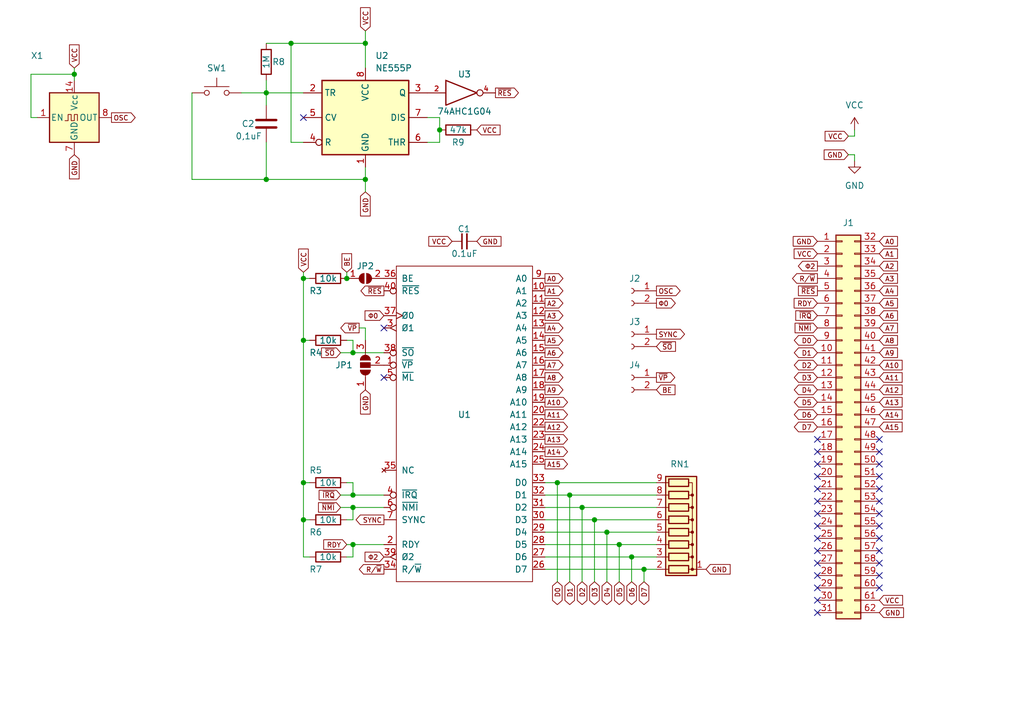
<source format=kicad_sch>
(kicad_sch (version 20211123) (generator eeschema)

  (uuid e63e39d7-6ac0-4ffd-8aa3-1841a4541b55)

  (paper "A5")

  (lib_symbols
    (symbol "74xGxx:74AHC1G04" (pin_names (offset 1.016)) (in_bom yes) (on_board yes)
      (property "Reference" "U" (id 0) (at -2.54 3.81 0)
        (effects (font (size 1.27 1.27)))
      )
      (property "Value" "74AHC1G04" (id 1) (at 0 -3.81 0)
        (effects (font (size 1.27 1.27)))
      )
      (property "Footprint" "" (id 2) (at 0 0 0)
        (effects (font (size 1.27 1.27)) hide)
      )
      (property "Datasheet" "http://www.ti.com/lit/sg/scyt129e/scyt129e.pdf" (id 3) (at 0 0 0)
        (effects (font (size 1.27 1.27)) hide)
      )
      (property "ki_keywords" "Single Gate NOT LVC CMOS" (id 4) (at 0 0 0)
        (effects (font (size 1.27 1.27)) hide)
      )
      (property "ki_description" "Single NOT Gate, Low-Voltage CMOS" (id 5) (at 0 0 0)
        (effects (font (size 1.27 1.27)) hide)
      )
      (property "ki_fp_filters" "SOT* SG-*" (id 6) (at 0 0 0)
        (effects (font (size 1.27 1.27)) hide)
      )
      (symbol "74AHC1G04_0_1"
        (polyline
          (pts
            (xy -3.81 2.54)
            (xy -3.81 -2.54)
            (xy 2.54 0)
            (xy -3.81 2.54)
          )
          (stroke (width 0.254) (type default) (color 0 0 0 0))
          (fill (type none))
        )
      )
      (symbol "74AHC1G04_1_1"
        (pin input line (at -7.62 0 0) (length 3.81)
          (name "~" (effects (font (size 1.016 1.016))))
          (number "2" (effects (font (size 1.016 1.016))))
        )
        (pin power_in line (at 0 -2.54 270) (length 0) hide
          (name "GND" (effects (font (size 1.016 1.016))))
          (number "3" (effects (font (size 1.016 1.016))))
        )
        (pin output inverted (at 6.35 0 180) (length 3.81)
          (name "~" (effects (font (size 1.016 1.016))))
          (number "4" (effects (font (size 1.016 1.016))))
        )
        (pin power_in line (at 0 2.54 90) (length 0) hide
          (name "VCC" (effects (font (size 1.016 1.016))))
          (number "5" (effects (font (size 1.016 1.016))))
        )
      )
    )
    (symbol "Connector:Conn_01x02_Female" (pin_names (offset 1.016) hide) (in_bom yes) (on_board yes)
      (property "Reference" "J" (id 0) (at 0 2.54 0)
        (effects (font (size 1.27 1.27)))
      )
      (property "Value" "Conn_01x02_Female" (id 1) (at 0 -5.08 0)
        (effects (font (size 1.27 1.27)))
      )
      (property "Footprint" "" (id 2) (at 0 0 0)
        (effects (font (size 1.27 1.27)) hide)
      )
      (property "Datasheet" "~" (id 3) (at 0 0 0)
        (effects (font (size 1.27 1.27)) hide)
      )
      (property "ki_keywords" "connector" (id 4) (at 0 0 0)
        (effects (font (size 1.27 1.27)) hide)
      )
      (property "ki_description" "Generic connector, single row, 01x02, script generated (kicad-library-utils/schlib/autogen/connector/)" (id 5) (at 0 0 0)
        (effects (font (size 1.27 1.27)) hide)
      )
      (property "ki_fp_filters" "Connector*:*_1x??_*" (id 6) (at 0 0 0)
        (effects (font (size 1.27 1.27)) hide)
      )
      (symbol "Conn_01x02_Female_1_1"
        (arc (start 0 -2.032) (mid -0.508 -2.54) (end 0 -3.048)
          (stroke (width 0.1524) (type default) (color 0 0 0 0))
          (fill (type none))
        )
        (polyline
          (pts
            (xy -1.27 -2.54)
            (xy -0.508 -2.54)
          )
          (stroke (width 0.1524) (type default) (color 0 0 0 0))
          (fill (type none))
        )
        (polyline
          (pts
            (xy -1.27 0)
            (xy -0.508 0)
          )
          (stroke (width 0.1524) (type default) (color 0 0 0 0))
          (fill (type none))
        )
        (arc (start 0 0.508) (mid -0.508 0) (end 0 -0.508)
          (stroke (width 0.1524) (type default) (color 0 0 0 0))
          (fill (type none))
        )
        (pin passive line (at -5.08 0 0) (length 3.81)
          (name "Pin_1" (effects (font (size 1.27 1.27))))
          (number "1" (effects (font (size 1.27 1.27))))
        )
        (pin passive line (at -5.08 -2.54 0) (length 3.81)
          (name "Pin_2" (effects (font (size 1.27 1.27))))
          (number "2" (effects (font (size 1.27 1.27))))
        )
      )
    )
    (symbol "Connector_Generic:Conn_02x31_Top_Bottom" (pin_names (offset 1.016) hide) (in_bom yes) (on_board yes)
      (property "Reference" "J" (id 0) (at 1.27 40.64 0)
        (effects (font (size 1.27 1.27)))
      )
      (property "Value" "Conn_02x31_Top_Bottom" (id 1) (at 1.27 -40.64 0)
        (effects (font (size 1.27 1.27)))
      )
      (property "Footprint" "" (id 2) (at 0 0 0)
        (effects (font (size 1.27 1.27)) hide)
      )
      (property "Datasheet" "~" (id 3) (at 0 0 0)
        (effects (font (size 1.27 1.27)) hide)
      )
      (property "ki_keywords" "connector" (id 4) (at 0 0 0)
        (effects (font (size 1.27 1.27)) hide)
      )
      (property "ki_description" "Generic connector, double row, 02x31, top/bottom pin numbering scheme (row 1: 1...pins_per_row, row2: pins_per_row+1 ... num_pins), script generated (kicad-library-utils/schlib/autogen/connector/)" (id 5) (at 0 0 0)
        (effects (font (size 1.27 1.27)) hide)
      )
      (property "ki_fp_filters" "Connector*:*_2x??_*" (id 6) (at 0 0 0)
        (effects (font (size 1.27 1.27)) hide)
      )
      (symbol "Conn_02x31_Top_Bottom_1_1"
        (rectangle (start -1.27 -37.973) (end 0 -38.227)
          (stroke (width 0.1524) (type default) (color 0 0 0 0))
          (fill (type none))
        )
        (rectangle (start -1.27 -35.433) (end 0 -35.687)
          (stroke (width 0.1524) (type default) (color 0 0 0 0))
          (fill (type none))
        )
        (rectangle (start -1.27 -32.893) (end 0 -33.147)
          (stroke (width 0.1524) (type default) (color 0 0 0 0))
          (fill (type none))
        )
        (rectangle (start -1.27 -30.353) (end 0 -30.607)
          (stroke (width 0.1524) (type default) (color 0 0 0 0))
          (fill (type none))
        )
        (rectangle (start -1.27 -27.813) (end 0 -28.067)
          (stroke (width 0.1524) (type default) (color 0 0 0 0))
          (fill (type none))
        )
        (rectangle (start -1.27 -25.273) (end 0 -25.527)
          (stroke (width 0.1524) (type default) (color 0 0 0 0))
          (fill (type none))
        )
        (rectangle (start -1.27 -22.733) (end 0 -22.987)
          (stroke (width 0.1524) (type default) (color 0 0 0 0))
          (fill (type none))
        )
        (rectangle (start -1.27 -20.193) (end 0 -20.447)
          (stroke (width 0.1524) (type default) (color 0 0 0 0))
          (fill (type none))
        )
        (rectangle (start -1.27 -17.653) (end 0 -17.907)
          (stroke (width 0.1524) (type default) (color 0 0 0 0))
          (fill (type none))
        )
        (rectangle (start -1.27 -15.113) (end 0 -15.367)
          (stroke (width 0.1524) (type default) (color 0 0 0 0))
          (fill (type none))
        )
        (rectangle (start -1.27 -12.573) (end 0 -12.827)
          (stroke (width 0.1524) (type default) (color 0 0 0 0))
          (fill (type none))
        )
        (rectangle (start -1.27 -10.033) (end 0 -10.287)
          (stroke (width 0.1524) (type default) (color 0 0 0 0))
          (fill (type none))
        )
        (rectangle (start -1.27 -7.493) (end 0 -7.747)
          (stroke (width 0.1524) (type default) (color 0 0 0 0))
          (fill (type none))
        )
        (rectangle (start -1.27 -4.953) (end 0 -5.207)
          (stroke (width 0.1524) (type default) (color 0 0 0 0))
          (fill (type none))
        )
        (rectangle (start -1.27 -2.413) (end 0 -2.667)
          (stroke (width 0.1524) (type default) (color 0 0 0 0))
          (fill (type none))
        )
        (rectangle (start -1.27 0.127) (end 0 -0.127)
          (stroke (width 0.1524) (type default) (color 0 0 0 0))
          (fill (type none))
        )
        (rectangle (start -1.27 2.667) (end 0 2.413)
          (stroke (width 0.1524) (type default) (color 0 0 0 0))
          (fill (type none))
        )
        (rectangle (start -1.27 5.207) (end 0 4.953)
          (stroke (width 0.1524) (type default) (color 0 0 0 0))
          (fill (type none))
        )
        (rectangle (start -1.27 7.747) (end 0 7.493)
          (stroke (width 0.1524) (type default) (color 0 0 0 0))
          (fill (type none))
        )
        (rectangle (start -1.27 10.287) (end 0 10.033)
          (stroke (width 0.1524) (type default) (color 0 0 0 0))
          (fill (type none))
        )
        (rectangle (start -1.27 12.827) (end 0 12.573)
          (stroke (width 0.1524) (type default) (color 0 0 0 0))
          (fill (type none))
        )
        (rectangle (start -1.27 15.367) (end 0 15.113)
          (stroke (width 0.1524) (type default) (color 0 0 0 0))
          (fill (type none))
        )
        (rectangle (start -1.27 17.907) (end 0 17.653)
          (stroke (width 0.1524) (type default) (color 0 0 0 0))
          (fill (type none))
        )
        (rectangle (start -1.27 20.447) (end 0 20.193)
          (stroke (width 0.1524) (type default) (color 0 0 0 0))
          (fill (type none))
        )
        (rectangle (start -1.27 22.987) (end 0 22.733)
          (stroke (width 0.1524) (type default) (color 0 0 0 0))
          (fill (type none))
        )
        (rectangle (start -1.27 25.527) (end 0 25.273)
          (stroke (width 0.1524) (type default) (color 0 0 0 0))
          (fill (type none))
        )
        (rectangle (start -1.27 28.067) (end 0 27.813)
          (stroke (width 0.1524) (type default) (color 0 0 0 0))
          (fill (type none))
        )
        (rectangle (start -1.27 30.607) (end 0 30.353)
          (stroke (width 0.1524) (type default) (color 0 0 0 0))
          (fill (type none))
        )
        (rectangle (start -1.27 33.147) (end 0 32.893)
          (stroke (width 0.1524) (type default) (color 0 0 0 0))
          (fill (type none))
        )
        (rectangle (start -1.27 35.687) (end 0 35.433)
          (stroke (width 0.1524) (type default) (color 0 0 0 0))
          (fill (type none))
        )
        (rectangle (start -1.27 38.227) (end 0 37.973)
          (stroke (width 0.1524) (type default) (color 0 0 0 0))
          (fill (type none))
        )
        (rectangle (start -1.27 39.37) (end 3.81 -39.37)
          (stroke (width 0.254) (type default) (color 0 0 0 0))
          (fill (type background))
        )
        (rectangle (start 3.81 -37.973) (end 2.54 -38.227)
          (stroke (width 0.1524) (type default) (color 0 0 0 0))
          (fill (type none))
        )
        (rectangle (start 3.81 -35.433) (end 2.54 -35.687)
          (stroke (width 0.1524) (type default) (color 0 0 0 0))
          (fill (type none))
        )
        (rectangle (start 3.81 -32.893) (end 2.54 -33.147)
          (stroke (width 0.1524) (type default) (color 0 0 0 0))
          (fill (type none))
        )
        (rectangle (start 3.81 -30.353) (end 2.54 -30.607)
          (stroke (width 0.1524) (type default) (color 0 0 0 0))
          (fill (type none))
        )
        (rectangle (start 3.81 -27.813) (end 2.54 -28.067)
          (stroke (width 0.1524) (type default) (color 0 0 0 0))
          (fill (type none))
        )
        (rectangle (start 3.81 -25.273) (end 2.54 -25.527)
          (stroke (width 0.1524) (type default) (color 0 0 0 0))
          (fill (type none))
        )
        (rectangle (start 3.81 -22.733) (end 2.54 -22.987)
          (stroke (width 0.1524) (type default) (color 0 0 0 0))
          (fill (type none))
        )
        (rectangle (start 3.81 -20.193) (end 2.54 -20.447)
          (stroke (width 0.1524) (type default) (color 0 0 0 0))
          (fill (type none))
        )
        (rectangle (start 3.81 -17.653) (end 2.54 -17.907)
          (stroke (width 0.1524) (type default) (color 0 0 0 0))
          (fill (type none))
        )
        (rectangle (start 3.81 -15.113) (end 2.54 -15.367)
          (stroke (width 0.1524) (type default) (color 0 0 0 0))
          (fill (type none))
        )
        (rectangle (start 3.81 -12.573) (end 2.54 -12.827)
          (stroke (width 0.1524) (type default) (color 0 0 0 0))
          (fill (type none))
        )
        (rectangle (start 3.81 -10.033) (end 2.54 -10.287)
          (stroke (width 0.1524) (type default) (color 0 0 0 0))
          (fill (type none))
        )
        (rectangle (start 3.81 -7.493) (end 2.54 -7.747)
          (stroke (width 0.1524) (type default) (color 0 0 0 0))
          (fill (type none))
        )
        (rectangle (start 3.81 -4.953) (end 2.54 -5.207)
          (stroke (width 0.1524) (type default) (color 0 0 0 0))
          (fill (type none))
        )
        (rectangle (start 3.81 -2.413) (end 2.54 -2.667)
          (stroke (width 0.1524) (type default) (color 0 0 0 0))
          (fill (type none))
        )
        (rectangle (start 3.81 0.127) (end 2.54 -0.127)
          (stroke (width 0.1524) (type default) (color 0 0 0 0))
          (fill (type none))
        )
        (rectangle (start 3.81 2.667) (end 2.54 2.413)
          (stroke (width 0.1524) (type default) (color 0 0 0 0))
          (fill (type none))
        )
        (rectangle (start 3.81 5.207) (end 2.54 4.953)
          (stroke (width 0.1524) (type default) (color 0 0 0 0))
          (fill (type none))
        )
        (rectangle (start 3.81 7.747) (end 2.54 7.493)
          (stroke (width 0.1524) (type default) (color 0 0 0 0))
          (fill (type none))
        )
        (rectangle (start 3.81 10.287) (end 2.54 10.033)
          (stroke (width 0.1524) (type default) (color 0 0 0 0))
          (fill (type none))
        )
        (rectangle (start 3.81 12.827) (end 2.54 12.573)
          (stroke (width 0.1524) (type default) (color 0 0 0 0))
          (fill (type none))
        )
        (rectangle (start 3.81 15.367) (end 2.54 15.113)
          (stroke (width 0.1524) (type default) (color 0 0 0 0))
          (fill (type none))
        )
        (rectangle (start 3.81 17.907) (end 2.54 17.653)
          (stroke (width 0.1524) (type default) (color 0 0 0 0))
          (fill (type none))
        )
        (rectangle (start 3.81 20.447) (end 2.54 20.193)
          (stroke (width 0.1524) (type default) (color 0 0 0 0))
          (fill (type none))
        )
        (rectangle (start 3.81 22.987) (end 2.54 22.733)
          (stroke (width 0.1524) (type default) (color 0 0 0 0))
          (fill (type none))
        )
        (rectangle (start 3.81 25.527) (end 2.54 25.273)
          (stroke (width 0.1524) (type default) (color 0 0 0 0))
          (fill (type none))
        )
        (rectangle (start 3.81 28.067) (end 2.54 27.813)
          (stroke (width 0.1524) (type default) (color 0 0 0 0))
          (fill (type none))
        )
        (rectangle (start 3.81 30.607) (end 2.54 30.353)
          (stroke (width 0.1524) (type default) (color 0 0 0 0))
          (fill (type none))
        )
        (rectangle (start 3.81 33.147) (end 2.54 32.893)
          (stroke (width 0.1524) (type default) (color 0 0 0 0))
          (fill (type none))
        )
        (rectangle (start 3.81 35.687) (end 2.54 35.433)
          (stroke (width 0.1524) (type default) (color 0 0 0 0))
          (fill (type none))
        )
        (rectangle (start 3.81 38.227) (end 2.54 37.973)
          (stroke (width 0.1524) (type default) (color 0 0 0 0))
          (fill (type none))
        )
        (pin passive line (at -5.08 38.1 0) (length 3.81)
          (name "Pin_1" (effects (font (size 1.27 1.27))))
          (number "1" (effects (font (size 1.27 1.27))))
        )
        (pin passive line (at -5.08 15.24 0) (length 3.81)
          (name "Pin_10" (effects (font (size 1.27 1.27))))
          (number "10" (effects (font (size 1.27 1.27))))
        )
        (pin passive line (at -5.08 12.7 0) (length 3.81)
          (name "Pin_11" (effects (font (size 1.27 1.27))))
          (number "11" (effects (font (size 1.27 1.27))))
        )
        (pin passive line (at -5.08 10.16 0) (length 3.81)
          (name "Pin_12" (effects (font (size 1.27 1.27))))
          (number "12" (effects (font (size 1.27 1.27))))
        )
        (pin passive line (at -5.08 7.62 0) (length 3.81)
          (name "Pin_13" (effects (font (size 1.27 1.27))))
          (number "13" (effects (font (size 1.27 1.27))))
        )
        (pin passive line (at -5.08 5.08 0) (length 3.81)
          (name "Pin_14" (effects (font (size 1.27 1.27))))
          (number "14" (effects (font (size 1.27 1.27))))
        )
        (pin passive line (at -5.08 2.54 0) (length 3.81)
          (name "Pin_15" (effects (font (size 1.27 1.27))))
          (number "15" (effects (font (size 1.27 1.27))))
        )
        (pin passive line (at -5.08 0 0) (length 3.81)
          (name "Pin_16" (effects (font (size 1.27 1.27))))
          (number "16" (effects (font (size 1.27 1.27))))
        )
        (pin passive line (at -5.08 -2.54 0) (length 3.81)
          (name "Pin_17" (effects (font (size 1.27 1.27))))
          (number "17" (effects (font (size 1.27 1.27))))
        )
        (pin passive line (at -5.08 -5.08 0) (length 3.81)
          (name "Pin_18" (effects (font (size 1.27 1.27))))
          (number "18" (effects (font (size 1.27 1.27))))
        )
        (pin passive line (at -5.08 -7.62 0) (length 3.81)
          (name "Pin_19" (effects (font (size 1.27 1.27))))
          (number "19" (effects (font (size 1.27 1.27))))
        )
        (pin passive line (at -5.08 35.56 0) (length 3.81)
          (name "Pin_2" (effects (font (size 1.27 1.27))))
          (number "2" (effects (font (size 1.27 1.27))))
        )
        (pin passive line (at -5.08 -10.16 0) (length 3.81)
          (name "Pin_20" (effects (font (size 1.27 1.27))))
          (number "20" (effects (font (size 1.27 1.27))))
        )
        (pin passive line (at -5.08 -12.7 0) (length 3.81)
          (name "Pin_21" (effects (font (size 1.27 1.27))))
          (number "21" (effects (font (size 1.27 1.27))))
        )
        (pin passive line (at -5.08 -15.24 0) (length 3.81)
          (name "Pin_22" (effects (font (size 1.27 1.27))))
          (number "22" (effects (font (size 1.27 1.27))))
        )
        (pin passive line (at -5.08 -17.78 0) (length 3.81)
          (name "Pin_23" (effects (font (size 1.27 1.27))))
          (number "23" (effects (font (size 1.27 1.27))))
        )
        (pin passive line (at -5.08 -20.32 0) (length 3.81)
          (name "Pin_24" (effects (font (size 1.27 1.27))))
          (number "24" (effects (font (size 1.27 1.27))))
        )
        (pin passive line (at -5.08 -22.86 0) (length 3.81)
          (name "Pin_25" (effects (font (size 1.27 1.27))))
          (number "25" (effects (font (size 1.27 1.27))))
        )
        (pin passive line (at -5.08 -25.4 0) (length 3.81)
          (name "Pin_26" (effects (font (size 1.27 1.27))))
          (number "26" (effects (font (size 1.27 1.27))))
        )
        (pin passive line (at -5.08 -27.94 0) (length 3.81)
          (name "Pin_27" (effects (font (size 1.27 1.27))))
          (number "27" (effects (font (size 1.27 1.27))))
        )
        (pin passive line (at -5.08 -30.48 0) (length 3.81)
          (name "Pin_28" (effects (font (size 1.27 1.27))))
          (number "28" (effects (font (size 1.27 1.27))))
        )
        (pin passive line (at -5.08 -33.02 0) (length 3.81)
          (name "Pin_29" (effects (font (size 1.27 1.27))))
          (number "29" (effects (font (size 1.27 1.27))))
        )
        (pin passive line (at -5.08 33.02 0) (length 3.81)
          (name "Pin_3" (effects (font (size 1.27 1.27))))
          (number "3" (effects (font (size 1.27 1.27))))
        )
        (pin passive line (at -5.08 -35.56 0) (length 3.81)
          (name "Pin_30" (effects (font (size 1.27 1.27))))
          (number "30" (effects (font (size 1.27 1.27))))
        )
        (pin passive line (at -5.08 -38.1 0) (length 3.81)
          (name "Pin_31" (effects (font (size 1.27 1.27))))
          (number "31" (effects (font (size 1.27 1.27))))
        )
        (pin passive line (at 7.62 38.1 180) (length 3.81)
          (name "Pin_32" (effects (font (size 1.27 1.27))))
          (number "32" (effects (font (size 1.27 1.27))))
        )
        (pin passive line (at 7.62 35.56 180) (length 3.81)
          (name "Pin_33" (effects (font (size 1.27 1.27))))
          (number "33" (effects (font (size 1.27 1.27))))
        )
        (pin passive line (at 7.62 33.02 180) (length 3.81)
          (name "Pin_34" (effects (font (size 1.27 1.27))))
          (number "34" (effects (font (size 1.27 1.27))))
        )
        (pin passive line (at 7.62 30.48 180) (length 3.81)
          (name "Pin_35" (effects (font (size 1.27 1.27))))
          (number "35" (effects (font (size 1.27 1.27))))
        )
        (pin passive line (at 7.62 27.94 180) (length 3.81)
          (name "Pin_36" (effects (font (size 1.27 1.27))))
          (number "36" (effects (font (size 1.27 1.27))))
        )
        (pin passive line (at 7.62 25.4 180) (length 3.81)
          (name "Pin_37" (effects (font (size 1.27 1.27))))
          (number "37" (effects (font (size 1.27 1.27))))
        )
        (pin passive line (at 7.62 22.86 180) (length 3.81)
          (name "Pin_38" (effects (font (size 1.27 1.27))))
          (number "38" (effects (font (size 1.27 1.27))))
        )
        (pin passive line (at 7.62 20.32 180) (length 3.81)
          (name "Pin_39" (effects (font (size 1.27 1.27))))
          (number "39" (effects (font (size 1.27 1.27))))
        )
        (pin passive line (at -5.08 30.48 0) (length 3.81)
          (name "Pin_4" (effects (font (size 1.27 1.27))))
          (number "4" (effects (font (size 1.27 1.27))))
        )
        (pin passive line (at 7.62 17.78 180) (length 3.81)
          (name "Pin_40" (effects (font (size 1.27 1.27))))
          (number "40" (effects (font (size 1.27 1.27))))
        )
        (pin passive line (at 7.62 15.24 180) (length 3.81)
          (name "Pin_41" (effects (font (size 1.27 1.27))))
          (number "41" (effects (font (size 1.27 1.27))))
        )
        (pin passive line (at 7.62 12.7 180) (length 3.81)
          (name "Pin_42" (effects (font (size 1.27 1.27))))
          (number "42" (effects (font (size 1.27 1.27))))
        )
        (pin passive line (at 7.62 10.16 180) (length 3.81)
          (name "Pin_43" (effects (font (size 1.27 1.27))))
          (number "43" (effects (font (size 1.27 1.27))))
        )
        (pin passive line (at 7.62 7.62 180) (length 3.81)
          (name "Pin_44" (effects (font (size 1.27 1.27))))
          (number "44" (effects (font (size 1.27 1.27))))
        )
        (pin passive line (at 7.62 5.08 180) (length 3.81)
          (name "Pin_45" (effects (font (size 1.27 1.27))))
          (number "45" (effects (font (size 1.27 1.27))))
        )
        (pin passive line (at 7.62 2.54 180) (length 3.81)
          (name "Pin_46" (effects (font (size 1.27 1.27))))
          (number "46" (effects (font (size 1.27 1.27))))
        )
        (pin passive line (at 7.62 0 180) (length 3.81)
          (name "Pin_47" (effects (font (size 1.27 1.27))))
          (number "47" (effects (font (size 1.27 1.27))))
        )
        (pin passive line (at 7.62 -2.54 180) (length 3.81)
          (name "Pin_48" (effects (font (size 1.27 1.27))))
          (number "48" (effects (font (size 1.27 1.27))))
        )
        (pin passive line (at 7.62 -5.08 180) (length 3.81)
          (name "Pin_49" (effects (font (size 1.27 1.27))))
          (number "49" (effects (font (size 1.27 1.27))))
        )
        (pin passive line (at -5.08 27.94 0) (length 3.81)
          (name "Pin_5" (effects (font (size 1.27 1.27))))
          (number "5" (effects (font (size 1.27 1.27))))
        )
        (pin passive line (at 7.62 -7.62 180) (length 3.81)
          (name "Pin_50" (effects (font (size 1.27 1.27))))
          (number "50" (effects (font (size 1.27 1.27))))
        )
        (pin passive line (at 7.62 -10.16 180) (length 3.81)
          (name "Pin_51" (effects (font (size 1.27 1.27))))
          (number "51" (effects (font (size 1.27 1.27))))
        )
        (pin passive line (at 7.62 -12.7 180) (length 3.81)
          (name "Pin_52" (effects (font (size 1.27 1.27))))
          (number "52" (effects (font (size 1.27 1.27))))
        )
        (pin passive line (at 7.62 -15.24 180) (length 3.81)
          (name "Pin_53" (effects (font (size 1.27 1.27))))
          (number "53" (effects (font (size 1.27 1.27))))
        )
        (pin passive line (at 7.62 -17.78 180) (length 3.81)
          (name "Pin_54" (effects (font (size 1.27 1.27))))
          (number "54" (effects (font (size 1.27 1.27))))
        )
        (pin passive line (at 7.62 -20.32 180) (length 3.81)
          (name "Pin_55" (effects (font (size 1.27 1.27))))
          (number "55" (effects (font (size 1.27 1.27))))
        )
        (pin passive line (at 7.62 -22.86 180) (length 3.81)
          (name "Pin_56" (effects (font (size 1.27 1.27))))
          (number "56" (effects (font (size 1.27 1.27))))
        )
        (pin passive line (at 7.62 -25.4 180) (length 3.81)
          (name "Pin_57" (effects (font (size 1.27 1.27))))
          (number "57" (effects (font (size 1.27 1.27))))
        )
        (pin passive line (at 7.62 -27.94 180) (length 3.81)
          (name "Pin_58" (effects (font (size 1.27 1.27))))
          (number "58" (effects (font (size 1.27 1.27))))
        )
        (pin passive line (at 7.62 -30.48 180) (length 3.81)
          (name "Pin_59" (effects (font (size 1.27 1.27))))
          (number "59" (effects (font (size 1.27 1.27))))
        )
        (pin passive line (at -5.08 25.4 0) (length 3.81)
          (name "Pin_6" (effects (font (size 1.27 1.27))))
          (number "6" (effects (font (size 1.27 1.27))))
        )
        (pin passive line (at 7.62 -33.02 180) (length 3.81)
          (name "Pin_60" (effects (font (size 1.27 1.27))))
          (number "60" (effects (font (size 1.27 1.27))))
        )
        (pin passive line (at 7.62 -35.56 180) (length 3.81)
          (name "Pin_61" (effects (font (size 1.27 1.27))))
          (number "61" (effects (font (size 1.27 1.27))))
        )
        (pin passive line (at 7.62 -38.1 180) (length 3.81)
          (name "Pin_62" (effects (font (size 1.27 1.27))))
          (number "62" (effects (font (size 1.27 1.27))))
        )
        (pin passive line (at -5.08 22.86 0) (length 3.81)
          (name "Pin_7" (effects (font (size 1.27 1.27))))
          (number "7" (effects (font (size 1.27 1.27))))
        )
        (pin passive line (at -5.08 20.32 0) (length 3.81)
          (name "Pin_8" (effects (font (size 1.27 1.27))))
          (number "8" (effects (font (size 1.27 1.27))))
        )
        (pin passive line (at -5.08 17.78 0) (length 3.81)
          (name "Pin_9" (effects (font (size 1.27 1.27))))
          (number "9" (effects (font (size 1.27 1.27))))
        )
      )
    )
    (symbol "Device:C" (pin_numbers hide) (pin_names (offset 0.254)) (in_bom yes) (on_board yes)
      (property "Reference" "C" (id 0) (at 0.635 2.54 0)
        (effects (font (size 1.27 1.27)) (justify left))
      )
      (property "Value" "C" (id 1) (at 0.635 -2.54 0)
        (effects (font (size 1.27 1.27)) (justify left))
      )
      (property "Footprint" "" (id 2) (at 0.9652 -3.81 0)
        (effects (font (size 1.27 1.27)) hide)
      )
      (property "Datasheet" "~" (id 3) (at 0 0 0)
        (effects (font (size 1.27 1.27)) hide)
      )
      (property "ki_keywords" "cap capacitor" (id 4) (at 0 0 0)
        (effects (font (size 1.27 1.27)) hide)
      )
      (property "ki_description" "Unpolarized capacitor" (id 5) (at 0 0 0)
        (effects (font (size 1.27 1.27)) hide)
      )
      (property "ki_fp_filters" "C_*" (id 6) (at 0 0 0)
        (effects (font (size 1.27 1.27)) hide)
      )
      (symbol "C_0_1"
        (polyline
          (pts
            (xy -2.032 -0.762)
            (xy 2.032 -0.762)
          )
          (stroke (width 0.508) (type default) (color 0 0 0 0))
          (fill (type none))
        )
        (polyline
          (pts
            (xy -2.032 0.762)
            (xy 2.032 0.762)
          )
          (stroke (width 0.508) (type default) (color 0 0 0 0))
          (fill (type none))
        )
      )
      (symbol "C_1_1"
        (pin passive line (at 0 3.81 270) (length 2.794)
          (name "~" (effects (font (size 1.27 1.27))))
          (number "1" (effects (font (size 1.27 1.27))))
        )
        (pin passive line (at 0 -3.81 90) (length 2.794)
          (name "~" (effects (font (size 1.27 1.27))))
          (number "2" (effects (font (size 1.27 1.27))))
        )
      )
    )
    (symbol "Device:C_Small" (pin_numbers hide) (pin_names (offset 0.254) hide) (in_bom yes) (on_board yes)
      (property "Reference" "C" (id 0) (at 0.254 1.778 0)
        (effects (font (size 1.27 1.27)) (justify left))
      )
      (property "Value" "C_Small" (id 1) (at 0.254 -2.032 0)
        (effects (font (size 1.27 1.27)) (justify left))
      )
      (property "Footprint" "" (id 2) (at 0 0 0)
        (effects (font (size 1.27 1.27)) hide)
      )
      (property "Datasheet" "~" (id 3) (at 0 0 0)
        (effects (font (size 1.27 1.27)) hide)
      )
      (property "ki_keywords" "capacitor cap" (id 4) (at 0 0 0)
        (effects (font (size 1.27 1.27)) hide)
      )
      (property "ki_description" "Unpolarized capacitor, small symbol" (id 5) (at 0 0 0)
        (effects (font (size 1.27 1.27)) hide)
      )
      (property "ki_fp_filters" "C_*" (id 6) (at 0 0 0)
        (effects (font (size 1.27 1.27)) hide)
      )
      (symbol "C_Small_0_1"
        (polyline
          (pts
            (xy -1.524 -0.508)
            (xy 1.524 -0.508)
          )
          (stroke (width 0.3302) (type default) (color 0 0 0 0))
          (fill (type none))
        )
        (polyline
          (pts
            (xy -1.524 0.508)
            (xy 1.524 0.508)
          )
          (stroke (width 0.3048) (type default) (color 0 0 0 0))
          (fill (type none))
        )
      )
      (symbol "C_Small_1_1"
        (pin passive line (at 0 2.54 270) (length 2.032)
          (name "~" (effects (font (size 1.27 1.27))))
          (number "1" (effects (font (size 1.27 1.27))))
        )
        (pin passive line (at 0 -2.54 90) (length 2.032)
          (name "~" (effects (font (size 1.27 1.27))))
          (number "2" (effects (font (size 1.27 1.27))))
        )
      )
    )
    (symbol "Device:R" (pin_numbers hide) (pin_names (offset 0)) (in_bom yes) (on_board yes)
      (property "Reference" "R" (id 0) (at 2.032 0 90)
        (effects (font (size 1.27 1.27)))
      )
      (property "Value" "R" (id 1) (at 0 0 90)
        (effects (font (size 1.27 1.27)))
      )
      (property "Footprint" "" (id 2) (at -1.778 0 90)
        (effects (font (size 1.27 1.27)) hide)
      )
      (property "Datasheet" "~" (id 3) (at 0 0 0)
        (effects (font (size 1.27 1.27)) hide)
      )
      (property "ki_keywords" "R res resistor" (id 4) (at 0 0 0)
        (effects (font (size 1.27 1.27)) hide)
      )
      (property "ki_description" "Resistor" (id 5) (at 0 0 0)
        (effects (font (size 1.27 1.27)) hide)
      )
      (property "ki_fp_filters" "R_*" (id 6) (at 0 0 0)
        (effects (font (size 1.27 1.27)) hide)
      )
      (symbol "R_0_1"
        (rectangle (start -1.016 -2.54) (end 1.016 2.54)
          (stroke (width 0.254) (type default) (color 0 0 0 0))
          (fill (type none))
        )
      )
      (symbol "R_1_1"
        (pin passive line (at 0 3.81 270) (length 1.27)
          (name "~" (effects (font (size 1.27 1.27))))
          (number "1" (effects (font (size 1.27 1.27))))
        )
        (pin passive line (at 0 -3.81 90) (length 1.27)
          (name "~" (effects (font (size 1.27 1.27))))
          (number "2" (effects (font (size 1.27 1.27))))
        )
      )
    )
    (symbol "Device:R_Network08" (pin_names (offset 0) hide) (in_bom yes) (on_board yes)
      (property "Reference" "RN" (id 0) (at -12.7 0 90)
        (effects (font (size 1.27 1.27)))
      )
      (property "Value" "R_Network08" (id 1) (at 10.16 0 90)
        (effects (font (size 1.27 1.27)))
      )
      (property "Footprint" "Resistor_THT:R_Array_SIP9" (id 2) (at 12.065 0 90)
        (effects (font (size 1.27 1.27)) hide)
      )
      (property "Datasheet" "http://www.vishay.com/docs/31509/csc.pdf" (id 3) (at 0 0 0)
        (effects (font (size 1.27 1.27)) hide)
      )
      (property "ki_keywords" "R network star-topology" (id 4) (at 0 0 0)
        (effects (font (size 1.27 1.27)) hide)
      )
      (property "ki_description" "8 resistor network, star topology, bussed resistors, small symbol" (id 5) (at 0 0 0)
        (effects (font (size 1.27 1.27)) hide)
      )
      (property "ki_fp_filters" "R?Array?SIP*" (id 6) (at 0 0 0)
        (effects (font (size 1.27 1.27)) hide)
      )
      (symbol "R_Network08_0_1"
        (rectangle (start -11.43 -3.175) (end 8.89 3.175)
          (stroke (width 0.254) (type default) (color 0 0 0 0))
          (fill (type background))
        )
        (rectangle (start -10.922 1.524) (end -9.398 -2.54)
          (stroke (width 0.254) (type default) (color 0 0 0 0))
          (fill (type none))
        )
        (circle (center -10.16 2.286) (radius 0.254)
          (stroke (width 0) (type default) (color 0 0 0 0))
          (fill (type outline))
        )
        (rectangle (start -8.382 1.524) (end -6.858 -2.54)
          (stroke (width 0.254) (type default) (color 0 0 0 0))
          (fill (type none))
        )
        (circle (center -7.62 2.286) (radius 0.254)
          (stroke (width 0) (type default) (color 0 0 0 0))
          (fill (type outline))
        )
        (rectangle (start -5.842 1.524) (end -4.318 -2.54)
          (stroke (width 0.254) (type default) (color 0 0 0 0))
          (fill (type none))
        )
        (circle (center -5.08 2.286) (radius 0.254)
          (stroke (width 0) (type default) (color 0 0 0 0))
          (fill (type outline))
        )
        (rectangle (start -3.302 1.524) (end -1.778 -2.54)
          (stroke (width 0.254) (type default) (color 0 0 0 0))
          (fill (type none))
        )
        (circle (center -2.54 2.286) (radius 0.254)
          (stroke (width 0) (type default) (color 0 0 0 0))
          (fill (type outline))
        )
        (rectangle (start -0.762 1.524) (end 0.762 -2.54)
          (stroke (width 0.254) (type default) (color 0 0 0 0))
          (fill (type none))
        )
        (polyline
          (pts
            (xy -10.16 -2.54)
            (xy -10.16 -3.81)
          )
          (stroke (width 0) (type default) (color 0 0 0 0))
          (fill (type none))
        )
        (polyline
          (pts
            (xy -7.62 -2.54)
            (xy -7.62 -3.81)
          )
          (stroke (width 0) (type default) (color 0 0 0 0))
          (fill (type none))
        )
        (polyline
          (pts
            (xy -5.08 -2.54)
            (xy -5.08 -3.81)
          )
          (stroke (width 0) (type default) (color 0 0 0 0))
          (fill (type none))
        )
        (polyline
          (pts
            (xy -2.54 -2.54)
            (xy -2.54 -3.81)
          )
          (stroke (width 0) (type default) (color 0 0 0 0))
          (fill (type none))
        )
        (polyline
          (pts
            (xy 0 -2.54)
            (xy 0 -3.81)
          )
          (stroke (width 0) (type default) (color 0 0 0 0))
          (fill (type none))
        )
        (polyline
          (pts
            (xy 2.54 -2.54)
            (xy 2.54 -3.81)
          )
          (stroke (width 0) (type default) (color 0 0 0 0))
          (fill (type none))
        )
        (polyline
          (pts
            (xy 5.08 -2.54)
            (xy 5.08 -3.81)
          )
          (stroke (width 0) (type default) (color 0 0 0 0))
          (fill (type none))
        )
        (polyline
          (pts
            (xy 7.62 -2.54)
            (xy 7.62 -3.81)
          )
          (stroke (width 0) (type default) (color 0 0 0 0))
          (fill (type none))
        )
        (polyline
          (pts
            (xy -10.16 1.524)
            (xy -10.16 2.286)
            (xy -7.62 2.286)
            (xy -7.62 1.524)
          )
          (stroke (width 0) (type default) (color 0 0 0 0))
          (fill (type none))
        )
        (polyline
          (pts
            (xy -7.62 1.524)
            (xy -7.62 2.286)
            (xy -5.08 2.286)
            (xy -5.08 1.524)
          )
          (stroke (width 0) (type default) (color 0 0 0 0))
          (fill (type none))
        )
        (polyline
          (pts
            (xy -5.08 1.524)
            (xy -5.08 2.286)
            (xy -2.54 2.286)
            (xy -2.54 1.524)
          )
          (stroke (width 0) (type default) (color 0 0 0 0))
          (fill (type none))
        )
        (polyline
          (pts
            (xy -2.54 1.524)
            (xy -2.54 2.286)
            (xy 0 2.286)
            (xy 0 1.524)
          )
          (stroke (width 0) (type default) (color 0 0 0 0))
          (fill (type none))
        )
        (polyline
          (pts
            (xy 0 1.524)
            (xy 0 2.286)
            (xy 2.54 2.286)
            (xy 2.54 1.524)
          )
          (stroke (width 0) (type default) (color 0 0 0 0))
          (fill (type none))
        )
        (polyline
          (pts
            (xy 2.54 1.524)
            (xy 2.54 2.286)
            (xy 5.08 2.286)
            (xy 5.08 1.524)
          )
          (stroke (width 0) (type default) (color 0 0 0 0))
          (fill (type none))
        )
        (polyline
          (pts
            (xy 5.08 1.524)
            (xy 5.08 2.286)
            (xy 7.62 2.286)
            (xy 7.62 1.524)
          )
          (stroke (width 0) (type default) (color 0 0 0 0))
          (fill (type none))
        )
        (circle (center 0 2.286) (radius 0.254)
          (stroke (width 0) (type default) (color 0 0 0 0))
          (fill (type outline))
        )
        (rectangle (start 1.778 1.524) (end 3.302 -2.54)
          (stroke (width 0.254) (type default) (color 0 0 0 0))
          (fill (type none))
        )
        (circle (center 2.54 2.286) (radius 0.254)
          (stroke (width 0) (type default) (color 0 0 0 0))
          (fill (type outline))
        )
        (rectangle (start 4.318 1.524) (end 5.842 -2.54)
          (stroke (width 0.254) (type default) (color 0 0 0 0))
          (fill (type none))
        )
        (circle (center 5.08 2.286) (radius 0.254)
          (stroke (width 0) (type default) (color 0 0 0 0))
          (fill (type outline))
        )
        (rectangle (start 6.858 1.524) (end 8.382 -2.54)
          (stroke (width 0.254) (type default) (color 0 0 0 0))
          (fill (type none))
        )
      )
      (symbol "R_Network08_1_1"
        (pin passive line (at -10.16 5.08 270) (length 2.54)
          (name "common" (effects (font (size 1.27 1.27))))
          (number "1" (effects (font (size 1.27 1.27))))
        )
        (pin passive line (at -10.16 -5.08 90) (length 1.27)
          (name "R1" (effects (font (size 1.27 1.27))))
          (number "2" (effects (font (size 1.27 1.27))))
        )
        (pin passive line (at -7.62 -5.08 90) (length 1.27)
          (name "R2" (effects (font (size 1.27 1.27))))
          (number "3" (effects (font (size 1.27 1.27))))
        )
        (pin passive line (at -5.08 -5.08 90) (length 1.27)
          (name "R3" (effects (font (size 1.27 1.27))))
          (number "4" (effects (font (size 1.27 1.27))))
        )
        (pin passive line (at -2.54 -5.08 90) (length 1.27)
          (name "R4" (effects (font (size 1.27 1.27))))
          (number "5" (effects (font (size 1.27 1.27))))
        )
        (pin passive line (at 0 -5.08 90) (length 1.27)
          (name "R5" (effects (font (size 1.27 1.27))))
          (number "6" (effects (font (size 1.27 1.27))))
        )
        (pin passive line (at 2.54 -5.08 90) (length 1.27)
          (name "R6" (effects (font (size 1.27 1.27))))
          (number "7" (effects (font (size 1.27 1.27))))
        )
        (pin passive line (at 5.08 -5.08 90) (length 1.27)
          (name "R7" (effects (font (size 1.27 1.27))))
          (number "8" (effects (font (size 1.27 1.27))))
        )
        (pin passive line (at 7.62 -5.08 90) (length 1.27)
          (name "R8" (effects (font (size 1.27 1.27))))
          (number "9" (effects (font (size 1.27 1.27))))
        )
      )
    )
    (symbol "IO65:WDC65C02_DIP" (pin_names (offset 1.016)) (in_bom yes) (on_board yes)
      (property "Reference" "U" (id 0) (at 0 31.75 0)
        (effects (font (size 1.27 1.27)))
      )
      (property "Value" "WDC65C02_DIP" (id 1) (at 0 0 0)
        (effects (font (size 1.27 1.27)))
      )
      (property "Footprint" "Housings_DIP:DIP-40_W15.24mm" (id 2) (at 0 -35.56 0)
        (effects (font (size 1.27 1.27)) hide)
      )
      (property "Datasheet" "" (id 3) (at 0 0 0)
        (effects (font (size 1.27 1.27)) hide)
      )
      (property "ki_keywords" "6502 DIP-40" (id 4) (at 0 0 0)
        (effects (font (size 1.27 1.27)) hide)
      )
      (property "ki_description" "WDC 65C02 DIP-40" (id 5) (at 0 0 0)
        (effects (font (size 1.27 1.27)) hide)
      )
      (symbol "WDC65C02_DIP_0_1"
        (rectangle (start -13.97 30.48) (end 13.97 -34.29)
          (stroke (width 0) (type default) (color 0 0 0 0))
          (fill (type none))
        )
      )
      (symbol "WDC65C02_DIP_1_1"
        (pin output inverted (at -16.51 10.16 0) (length 2.54)
          (name "~{VP}" (effects (font (size 1.27 1.27))))
          (number "1" (effects (font (size 1.27 1.27))))
        )
        (pin output line (at 16.51 25.4 180) (length 2.54)
          (name "A1" (effects (font (size 1.27 1.27))))
          (number "10" (effects (font (size 1.27 1.27))))
        )
        (pin output line (at 16.51 22.86 180) (length 2.54)
          (name "A2" (effects (font (size 1.27 1.27))))
          (number "11" (effects (font (size 1.27 1.27))))
        )
        (pin output line (at 16.51 20.32 180) (length 2.54)
          (name "A3" (effects (font (size 1.27 1.27))))
          (number "12" (effects (font (size 1.27 1.27))))
        )
        (pin output line (at 16.51 17.78 180) (length 2.54)
          (name "A4" (effects (font (size 1.27 1.27))))
          (number "13" (effects (font (size 1.27 1.27))))
        )
        (pin output line (at 16.51 15.24 180) (length 2.54)
          (name "A5" (effects (font (size 1.27 1.27))))
          (number "14" (effects (font (size 1.27 1.27))))
        )
        (pin output line (at 16.51 12.7 180) (length 2.54)
          (name "A6" (effects (font (size 1.27 1.27))))
          (number "15" (effects (font (size 1.27 1.27))))
        )
        (pin output line (at 16.51 10.16 180) (length 2.54)
          (name "A7" (effects (font (size 1.27 1.27))))
          (number "16" (effects (font (size 1.27 1.27))))
        )
        (pin output line (at 16.51 7.62 180) (length 2.54)
          (name "A8" (effects (font (size 1.27 1.27))))
          (number "17" (effects (font (size 1.27 1.27))))
        )
        (pin output line (at 16.51 5.08 180) (length 2.54)
          (name "A9" (effects (font (size 1.27 1.27))))
          (number "18" (effects (font (size 1.27 1.27))))
        )
        (pin output line (at 16.51 2.54 180) (length 2.54)
          (name "A10" (effects (font (size 1.27 1.27))))
          (number "19" (effects (font (size 1.27 1.27))))
        )
        (pin input line (at -16.51 -26.67 0) (length 2.54)
          (name "RDY" (effects (font (size 1.27 1.27))))
          (number "2" (effects (font (size 1.27 1.27))))
        )
        (pin output line (at 16.51 0 180) (length 2.54)
          (name "A11" (effects (font (size 1.27 1.27))))
          (number "20" (effects (font (size 1.27 1.27))))
        )
        (pin power_in line (at 0 -36.83 90) (length 2.54) hide
          (name "GND" (effects (font (size 1.27 1.27))))
          (number "21" (effects (font (size 1.27 1.27))))
        )
        (pin output line (at 16.51 -2.54 180) (length 2.54)
          (name "A12" (effects (font (size 1.27 1.27))))
          (number "22" (effects (font (size 1.27 1.27))))
        )
        (pin output line (at 16.51 -5.08 180) (length 2.54)
          (name "A13" (effects (font (size 1.27 1.27))))
          (number "23" (effects (font (size 1.27 1.27))))
        )
        (pin output line (at 16.51 -7.62 180) (length 2.54)
          (name "A14" (effects (font (size 1.27 1.27))))
          (number "24" (effects (font (size 1.27 1.27))))
        )
        (pin output line (at 16.51 -10.16 180) (length 2.54)
          (name "A15" (effects (font (size 1.27 1.27))))
          (number "25" (effects (font (size 1.27 1.27))))
        )
        (pin bidirectional line (at 16.51 -31.75 180) (length 2.54)
          (name "D7" (effects (font (size 1.27 1.27))))
          (number "26" (effects (font (size 1.27 1.27))))
        )
        (pin bidirectional line (at 16.51 -29.21 180) (length 2.54)
          (name "D6" (effects (font (size 1.27 1.27))))
          (number "27" (effects (font (size 1.27 1.27))))
        )
        (pin bidirectional line (at 16.51 -26.67 180) (length 2.54)
          (name "D5" (effects (font (size 1.27 1.27))))
          (number "28" (effects (font (size 1.27 1.27))))
        )
        (pin bidirectional line (at 16.51 -24.13 180) (length 2.54)
          (name "D4" (effects (font (size 1.27 1.27))))
          (number "29" (effects (font (size 1.27 1.27))))
        )
        (pin output edge_clock_high (at -16.51 17.78 0) (length 2.54)
          (name "Ø1" (effects (font (size 1.27 1.27))))
          (number "3" (effects (font (size 1.27 1.27))))
        )
        (pin bidirectional line (at 16.51 -21.59 180) (length 2.54)
          (name "D3" (effects (font (size 1.27 1.27))))
          (number "30" (effects (font (size 1.27 1.27))))
        )
        (pin bidirectional line (at 16.51 -19.05 180) (length 2.54)
          (name "D2" (effects (font (size 1.27 1.27))))
          (number "31" (effects (font (size 1.27 1.27))))
        )
        (pin bidirectional line (at 16.51 -16.51 180) (length 2.54)
          (name "D1" (effects (font (size 1.27 1.27))))
          (number "32" (effects (font (size 1.27 1.27))))
        )
        (pin bidirectional line (at 16.51 -13.97 180) (length 2.54)
          (name "D0" (effects (font (size 1.27 1.27))))
          (number "33" (effects (font (size 1.27 1.27))))
        )
        (pin output line (at -16.51 -31.75 0) (length 2.54)
          (name "R/~{W}" (effects (font (size 1.27 1.27))))
          (number "34" (effects (font (size 1.27 1.27))))
        )
        (pin no_connect line (at -16.51 -11.43 0) (length 2.54)
          (name "NC" (effects (font (size 1.27 1.27))))
          (number "35" (effects (font (size 1.27 1.27))))
        )
        (pin input line (at -16.51 27.94 0) (length 2.54)
          (name "BE" (effects (font (size 1.27 1.27))))
          (number "36" (effects (font (size 1.27 1.27))))
        )
        (pin input clock (at -16.51 20.32 0) (length 2.54)
          (name "Ø0" (effects (font (size 1.27 1.27))))
          (number "37" (effects (font (size 1.27 1.27))))
        )
        (pin input inverted (at -16.51 12.7 0) (length 2.54)
          (name "~{SO}" (effects (font (size 1.27 1.27))))
          (number "38" (effects (font (size 1.27 1.27))))
        )
        (pin output edge_clock_high (at -16.51 -29.21 0) (length 2.54)
          (name "Ø2" (effects (font (size 1.27 1.27))))
          (number "39" (effects (font (size 1.27 1.27))))
        )
        (pin input inverted (at -16.51 -16.51 0) (length 2.54)
          (name "~{IRQ}" (effects (font (size 1.27 1.27))))
          (number "4" (effects (font (size 1.27 1.27))))
        )
        (pin input inverted (at -16.51 25.4 0) (length 2.54)
          (name "~{RES}" (effects (font (size 1.27 1.27))))
          (number "40" (effects (font (size 1.27 1.27))))
        )
        (pin output inverted (at -16.51 7.62 0) (length 2.54)
          (name "~{ML}" (effects (font (size 1.27 1.27))))
          (number "5" (effects (font (size 1.27 1.27))))
        )
        (pin input inverted (at -16.51 -19.05 0) (length 2.54)
          (name "~{NMI}" (effects (font (size 1.27 1.27))))
          (number "6" (effects (font (size 1.27 1.27))))
        )
        (pin output line (at -16.51 -21.59 0) (length 2.54)
          (name "SYNC" (effects (font (size 1.27 1.27))))
          (number "7" (effects (font (size 1.27 1.27))))
        )
        (pin power_in line (at 0 33.02 270) (length 2.54) hide
          (name "VCC" (effects (font (size 1.27 1.27))))
          (number "8" (effects (font (size 1.27 1.27))))
        )
        (pin output line (at 16.51 27.94 180) (length 2.54)
          (name "A0" (effects (font (size 1.27 1.27))))
          (number "9" (effects (font (size 1.27 1.27))))
        )
      )
    )
    (symbol "Jumper:SolderJumper_3_Open" (pin_names (offset 0) hide) (in_bom yes) (on_board yes)
      (property "Reference" "JP" (id 0) (at -2.54 -2.54 0)
        (effects (font (size 1.27 1.27)))
      )
      (property "Value" "SolderJumper_3_Open" (id 1) (at 0 2.794 0)
        (effects (font (size 1.27 1.27)))
      )
      (property "Footprint" "" (id 2) (at 0 0 0)
        (effects (font (size 1.27 1.27)) hide)
      )
      (property "Datasheet" "~" (id 3) (at 0 0 0)
        (effects (font (size 1.27 1.27)) hide)
      )
      (property "ki_keywords" "Solder Jumper SPDT" (id 4) (at 0 0 0)
        (effects (font (size 1.27 1.27)) hide)
      )
      (property "ki_description" "Solder Jumper, 3-pole, open" (id 5) (at 0 0 0)
        (effects (font (size 1.27 1.27)) hide)
      )
      (property "ki_fp_filters" "SolderJumper*Open*" (id 6) (at 0 0 0)
        (effects (font (size 1.27 1.27)) hide)
      )
      (symbol "SolderJumper_3_Open_0_1"
        (arc (start -1.016 1.016) (mid -2.032 0) (end -1.016 -1.016)
          (stroke (width 0) (type default) (color 0 0 0 0))
          (fill (type none))
        )
        (arc (start -1.016 1.016) (mid -2.032 0) (end -1.016 -1.016)
          (stroke (width 0) (type default) (color 0 0 0 0))
          (fill (type outline))
        )
        (rectangle (start -0.508 1.016) (end 0.508 -1.016)
          (stroke (width 0) (type default) (color 0 0 0 0))
          (fill (type outline))
        )
        (polyline
          (pts
            (xy -2.54 0)
            (xy -2.032 0)
          )
          (stroke (width 0) (type default) (color 0 0 0 0))
          (fill (type none))
        )
        (polyline
          (pts
            (xy -1.016 1.016)
            (xy -1.016 -1.016)
          )
          (stroke (width 0) (type default) (color 0 0 0 0))
          (fill (type none))
        )
        (polyline
          (pts
            (xy 0 -1.27)
            (xy 0 -1.016)
          )
          (stroke (width 0) (type default) (color 0 0 0 0))
          (fill (type none))
        )
        (polyline
          (pts
            (xy 1.016 1.016)
            (xy 1.016 -1.016)
          )
          (stroke (width 0) (type default) (color 0 0 0 0))
          (fill (type none))
        )
        (polyline
          (pts
            (xy 2.54 0)
            (xy 2.032 0)
          )
          (stroke (width 0) (type default) (color 0 0 0 0))
          (fill (type none))
        )
        (arc (start 1.016 -1.016) (mid 2.032 0) (end 1.016 1.016)
          (stroke (width 0) (type default) (color 0 0 0 0))
          (fill (type none))
        )
        (arc (start 1.016 -1.016) (mid 2.032 0) (end 1.016 1.016)
          (stroke (width 0) (type default) (color 0 0 0 0))
          (fill (type outline))
        )
      )
      (symbol "SolderJumper_3_Open_1_1"
        (pin passive line (at -5.08 0 0) (length 2.54)
          (name "A" (effects (font (size 1.27 1.27))))
          (number "1" (effects (font (size 1.27 1.27))))
        )
        (pin passive line (at 0 -3.81 90) (length 2.54)
          (name "C" (effects (font (size 1.27 1.27))))
          (number "2" (effects (font (size 1.27 1.27))))
        )
        (pin passive line (at 5.08 0 180) (length 2.54)
          (name "B" (effects (font (size 1.27 1.27))))
          (number "3" (effects (font (size 1.27 1.27))))
        )
      )
    )
    (symbol "Oscillator:CXO_DIP14" (pin_names (offset 0.254)) (in_bom yes) (on_board yes)
      (property "Reference" "X" (id 0) (at -5.08 6.35 0)
        (effects (font (size 1.27 1.27)) (justify left))
      )
      (property "Value" "CXO_DIP14" (id 1) (at 1.27 -6.35 0)
        (effects (font (size 1.27 1.27)) (justify left))
      )
      (property "Footprint" "Oscillator:Oscillator_DIP-14" (id 2) (at 11.43 -8.89 0)
        (effects (font (size 1.27 1.27)) hide)
      )
      (property "Datasheet" "http://cdn-reichelt.de/documents/datenblatt/B400/OSZI.pdf" (id 3) (at -2.54 0 0)
        (effects (font (size 1.27 1.27)) hide)
      )
      (property "ki_keywords" "Crystal Clock Oscillator" (id 4) (at 0 0 0)
        (effects (font (size 1.27 1.27)) hide)
      )
      (property "ki_description" "Crystal Clock Oscillator, DIP14-style metal package" (id 5) (at 0 0 0)
        (effects (font (size 1.27 1.27)) hide)
      )
      (property "ki_fp_filters" "Oscillator*DIP*14*" (id 6) (at 0 0 0)
        (effects (font (size 1.27 1.27)) hide)
      )
      (symbol "CXO_DIP14_0_1"
        (rectangle (start -5.08 5.08) (end 5.08 -5.08)
          (stroke (width 0.254) (type default) (color 0 0 0 0))
          (fill (type background))
        )
        (polyline
          (pts
            (xy -1.905 -0.635)
            (xy -1.27 -0.635)
            (xy -1.27 0.635)
            (xy -0.635 0.635)
            (xy -0.635 -0.635)
            (xy 0 -0.635)
            (xy 0 0.635)
            (xy 0.635 0.635)
            (xy 0.635 -0.635)
          )
          (stroke (width 0) (type default) (color 0 0 0 0))
          (fill (type none))
        )
      )
      (symbol "CXO_DIP14_1_1"
        (pin input line (at -7.62 0 0) (length 2.54)
          (name "EN" (effects (font (size 1.27 1.27))))
          (number "1" (effects (font (size 1.27 1.27))))
        )
        (pin power_in line (at 0 7.62 270) (length 2.54)
          (name "Vcc" (effects (font (size 1.27 1.27))))
          (number "14" (effects (font (size 1.27 1.27))))
        )
        (pin power_in line (at 0 -7.62 90) (length 2.54)
          (name "GND" (effects (font (size 1.27 1.27))))
          (number "7" (effects (font (size 1.27 1.27))))
        )
        (pin output line (at 7.62 0 180) (length 2.54)
          (name "OUT" (effects (font (size 1.27 1.27))))
          (number "8" (effects (font (size 1.27 1.27))))
        )
      )
    )
    (symbol "SolderJumper_2_Open_1" (pin_names (offset 0) hide) (in_bom yes) (on_board yes)
      (property "Reference" "JP" (id 0) (at 0 2.032 0)
        (effects (font (size 1.27 1.27)))
      )
      (property "Value" "SolderJumper_2_Open_1" (id 1) (at 0 -2.54 0)
        (effects (font (size 1.27 1.27)))
      )
      (property "Footprint" "" (id 2) (at 0 0 0)
        (effects (font (size 1.27 1.27)) hide)
      )
      (property "Datasheet" "~" (id 3) (at 0 0 0)
        (effects (font (size 1.27 1.27)) hide)
      )
      (property "ki_keywords" "solder jumper SPST" (id 4) (at 0 0 0)
        (effects (font (size 1.27 1.27)) hide)
      )
      (property "ki_description" "Solder Jumper, 2-pole, open" (id 5) (at 0 0 0)
        (effects (font (size 1.27 1.27)) hide)
      )
      (property "ki_fp_filters" "SolderJumper*Open*" (id 6) (at 0 0 0)
        (effects (font (size 1.27 1.27)) hide)
      )
      (symbol "SolderJumper_2_Open_1_0_1"
        (arc (start -0.254 1.016) (mid -1.27 0) (end -0.254 -1.016)
          (stroke (width 0) (type default) (color 0 0 0 0))
          (fill (type none))
        )
        (arc (start -0.254 1.016) (mid -1.27 0) (end -0.254 -1.016)
          (stroke (width 0) (type default) (color 0 0 0 0))
          (fill (type outline))
        )
        (polyline
          (pts
            (xy -0.254 1.016)
            (xy -0.254 -1.016)
          )
          (stroke (width 0) (type default) (color 0 0 0 0))
          (fill (type none))
        )
        (polyline
          (pts
            (xy 0.254 1.016)
            (xy 0.254 -1.016)
          )
          (stroke (width 0) (type default) (color 0 0 0 0))
          (fill (type none))
        )
        (arc (start 0.254 -1.016) (mid 1.27 0) (end 0.254 1.016)
          (stroke (width 0) (type default) (color 0 0 0 0))
          (fill (type none))
        )
        (arc (start 0.254 -1.016) (mid 1.27 0) (end 0.254 1.016)
          (stroke (width 0) (type default) (color 0 0 0 0))
          (fill (type outline))
        )
      )
      (symbol "SolderJumper_2_Open_1_1_1"
        (pin passive line (at -3.81 0 0) (length 2.54)
          (name "A" (effects (font (size 1.27 1.27))))
          (number "1" (effects (font (size 1.27 1.27))))
        )
        (pin passive line (at 3.81 0 180) (length 2.54)
          (name "B" (effects (font (size 1.27 1.27))))
          (number "2" (effects (font (size 1.27 1.27))))
        )
      )
    )
    (symbol "Switch:SW_Push" (pin_numbers hide) (pin_names (offset 1.016) hide) (in_bom yes) (on_board yes)
      (property "Reference" "SW" (id 0) (at 1.27 2.54 0)
        (effects (font (size 1.27 1.27)) (justify left))
      )
      (property "Value" "SW_Push" (id 1) (at 0 -1.524 0)
        (effects (font (size 1.27 1.27)))
      )
      (property "Footprint" "" (id 2) (at 0 5.08 0)
        (effects (font (size 1.27 1.27)) hide)
      )
      (property "Datasheet" "~" (id 3) (at 0 5.08 0)
        (effects (font (size 1.27 1.27)) hide)
      )
      (property "ki_keywords" "switch normally-open pushbutton push-button" (id 4) (at 0 0 0)
        (effects (font (size 1.27 1.27)) hide)
      )
      (property "ki_description" "Push button switch, generic, two pins" (id 5) (at 0 0 0)
        (effects (font (size 1.27 1.27)) hide)
      )
      (symbol "SW_Push_0_1"
        (circle (center -2.032 0) (radius 0.508)
          (stroke (width 0) (type default) (color 0 0 0 0))
          (fill (type none))
        )
        (polyline
          (pts
            (xy 0 1.27)
            (xy 0 3.048)
          )
          (stroke (width 0) (type default) (color 0 0 0 0))
          (fill (type none))
        )
        (polyline
          (pts
            (xy 2.54 1.27)
            (xy -2.54 1.27)
          )
          (stroke (width 0) (type default) (color 0 0 0 0))
          (fill (type none))
        )
        (circle (center 2.032 0) (radius 0.508)
          (stroke (width 0) (type default) (color 0 0 0 0))
          (fill (type none))
        )
        (pin passive line (at -5.08 0 0) (length 2.54)
          (name "1" (effects (font (size 1.27 1.27))))
          (number "1" (effects (font (size 1.27 1.27))))
        )
        (pin passive line (at 5.08 0 180) (length 2.54)
          (name "2" (effects (font (size 1.27 1.27))))
          (number "2" (effects (font (size 1.27 1.27))))
        )
      )
    )
    (symbol "Timer:NE555P" (in_bom yes) (on_board yes)
      (property "Reference" "U" (id 0) (at -10.16 8.89 0)
        (effects (font (size 1.27 1.27)) (justify left))
      )
      (property "Value" "NE555P" (id 1) (at 2.54 8.89 0)
        (effects (font (size 1.27 1.27)) (justify left))
      )
      (property "Footprint" "Package_DIP:DIP-8_W7.62mm" (id 2) (at 16.51 -10.16 0)
        (effects (font (size 1.27 1.27)) hide)
      )
      (property "Datasheet" "http://www.ti.com/lit/ds/symlink/ne555.pdf" (id 3) (at 21.59 -10.16 0)
        (effects (font (size 1.27 1.27)) hide)
      )
      (property "ki_keywords" "single timer 555" (id 4) (at 0 0 0)
        (effects (font (size 1.27 1.27)) hide)
      )
      (property "ki_description" "Precision Timers, 555 compatible,  PDIP-8" (id 5) (at 0 0 0)
        (effects (font (size 1.27 1.27)) hide)
      )
      (property "ki_fp_filters" "DIP*W7.62mm*" (id 6) (at 0 0 0)
        (effects (font (size 1.27 1.27)) hide)
      )
      (symbol "NE555P_0_0"
        (pin power_in line (at 0 -10.16 90) (length 2.54)
          (name "GND" (effects (font (size 1.27 1.27))))
          (number "1" (effects (font (size 1.27 1.27))))
        )
        (pin power_in line (at 0 10.16 270) (length 2.54)
          (name "VCC" (effects (font (size 1.27 1.27))))
          (number "8" (effects (font (size 1.27 1.27))))
        )
      )
      (symbol "NE555P_0_1"
        (rectangle (start -8.89 -7.62) (end 8.89 7.62)
          (stroke (width 0.254) (type default) (color 0 0 0 0))
          (fill (type background))
        )
        (rectangle (start -8.89 -7.62) (end 8.89 7.62)
          (stroke (width 0.254) (type default) (color 0 0 0 0))
          (fill (type background))
        )
      )
      (symbol "NE555P_1_1"
        (pin input line (at -12.7 5.08 0) (length 3.81)
          (name "TR" (effects (font (size 1.27 1.27))))
          (number "2" (effects (font (size 1.27 1.27))))
        )
        (pin output line (at 12.7 5.08 180) (length 3.81)
          (name "Q" (effects (font (size 1.27 1.27))))
          (number "3" (effects (font (size 1.27 1.27))))
        )
        (pin input inverted (at -12.7 -5.08 0) (length 3.81)
          (name "R" (effects (font (size 1.27 1.27))))
          (number "4" (effects (font (size 1.27 1.27))))
        )
        (pin input line (at -12.7 0 0) (length 3.81)
          (name "CV" (effects (font (size 1.27 1.27))))
          (number "5" (effects (font (size 1.27 1.27))))
        )
        (pin input line (at 12.7 -5.08 180) (length 3.81)
          (name "THR" (effects (font (size 1.27 1.27))))
          (number "6" (effects (font (size 1.27 1.27))))
        )
        (pin input line (at 12.7 0 180) (length 3.81)
          (name "DIS" (effects (font (size 1.27 1.27))))
          (number "7" (effects (font (size 1.27 1.27))))
        )
      )
    )
    (symbol "power:GND" (power) (pin_names (offset 0)) (in_bom yes) (on_board yes)
      (property "Reference" "#PWR" (id 0) (at 0 -6.35 0)
        (effects (font (size 1.27 1.27)) hide)
      )
      (property "Value" "GND" (id 1) (at 0 -3.81 0)
        (effects (font (size 1.27 1.27)))
      )
      (property "Footprint" "" (id 2) (at 0 0 0)
        (effects (font (size 1.27 1.27)) hide)
      )
      (property "Datasheet" "" (id 3) (at 0 0 0)
        (effects (font (size 1.27 1.27)) hide)
      )
      (property "ki_keywords" "power-flag" (id 4) (at 0 0 0)
        (effects (font (size 1.27 1.27)) hide)
      )
      (property "ki_description" "Power symbol creates a global label with name \"GND\" , ground" (id 5) (at 0 0 0)
        (effects (font (size 1.27 1.27)) hide)
      )
      (symbol "GND_0_1"
        (polyline
          (pts
            (xy 0 0)
            (xy 0 -1.27)
            (xy 1.27 -1.27)
            (xy 0 -2.54)
            (xy -1.27 -1.27)
            (xy 0 -1.27)
          )
          (stroke (width 0) (type default) (color 0 0 0 0))
          (fill (type none))
        )
      )
      (symbol "GND_1_1"
        (pin power_in line (at 0 0 270) (length 0) hide
          (name "GND" (effects (font (size 1.27 1.27))))
          (number "1" (effects (font (size 1.27 1.27))))
        )
      )
    )
    (symbol "power:VCC" (power) (pin_names (offset 0)) (in_bom yes) (on_board yes)
      (property "Reference" "#PWR" (id 0) (at 0 -3.81 0)
        (effects (font (size 1.27 1.27)) hide)
      )
      (property "Value" "VCC" (id 1) (at 0 3.81 0)
        (effects (font (size 1.27 1.27)))
      )
      (property "Footprint" "" (id 2) (at 0 0 0)
        (effects (font (size 1.27 1.27)) hide)
      )
      (property "Datasheet" "" (id 3) (at 0 0 0)
        (effects (font (size 1.27 1.27)) hide)
      )
      (property "ki_keywords" "power-flag" (id 4) (at 0 0 0)
        (effects (font (size 1.27 1.27)) hide)
      )
      (property "ki_description" "Power symbol creates a global label with name \"VCC\"" (id 5) (at 0 0 0)
        (effects (font (size 1.27 1.27)) hide)
      )
      (symbol "VCC_0_1"
        (polyline
          (pts
            (xy -0.762 1.27)
            (xy 0 2.54)
          )
          (stroke (width 0) (type default) (color 0 0 0 0))
          (fill (type none))
        )
        (polyline
          (pts
            (xy 0 0)
            (xy 0 2.54)
          )
          (stroke (width 0) (type default) (color 0 0 0 0))
          (fill (type none))
        )
        (polyline
          (pts
            (xy 0 2.54)
            (xy 0.762 1.27)
          )
          (stroke (width 0) (type default) (color 0 0 0 0))
          (fill (type none))
        )
      )
      (symbol "VCC_1_1"
        (pin power_in line (at 0 0 90) (length 0) hide
          (name "VCC" (effects (font (size 1.27 1.27))))
          (number "1" (effects (font (size 1.27 1.27))))
        )
      )
    )
  )

  (junction (at 74.93 36.83) (diameter 0) (color 0 0 0 0)
    (uuid 0fdd628e-7288-4779-bb6a-0d73d9369aee)
  )
  (junction (at 71.12 57.15) (diameter 0) (color 0 0 0 0)
    (uuid 1b6f98a1-602f-422e-909e-a41eca16e40b)
  )
  (junction (at 132.08 116.84) (diameter 0) (color 0 0 0 0)
    (uuid 3e66e2db-ff10-41ce-bc3c-ccd21ad5b178)
  )
  (junction (at 127 111.76) (diameter 0) (color 0 0 0 0)
    (uuid 45486006-003e-4dc0-8743-f73dbc95adf0)
  )
  (junction (at 15.24 15.24) (diameter 0) (color 0 0 0 0)
    (uuid 4b18acda-b968-4165-8789-11218aca481d)
  )
  (junction (at 62.23 99.06) (diameter 0) (color 0 0 0 0)
    (uuid 555ec3b2-975e-4411-8fb1-ccea1037fdef)
  )
  (junction (at 62.23 69.85) (diameter 0) (color 0 0 0 0)
    (uuid 565b3aab-aff4-482d-9e52-1e70f476a56d)
  )
  (junction (at 72.39 111.76) (diameter 0) (color 0 0 0 0)
    (uuid 6c639eb2-f6f5-43b4-b096-95da319825e4)
  )
  (junction (at 59.69 8.89) (diameter 0) (color 0 0 0 0)
    (uuid 7461b6b5-46f0-4285-853a-6b0aafe95524)
  )
  (junction (at 121.92 106.68) (diameter 0) (color 0 0 0 0)
    (uuid 7abbbb9a-81fe-4b9f-b8b4-0efe9a444544)
  )
  (junction (at 90.17 26.67) (diameter 0) (color 0 0 0 0)
    (uuid 83fb91d1-9d97-4638-ace3-a4bd9f73f04f)
  )
  (junction (at 72.39 101.6) (diameter 0) (color 0 0 0 0)
    (uuid 86e9cce7-0f8b-48b0-9655-5194b0889088)
  )
  (junction (at 119.38 104.14) (diameter 0) (color 0 0 0 0)
    (uuid 9468980a-e6ab-4dd4-91cf-7cd94beaf8b8)
  )
  (junction (at 62.23 106.68) (diameter 0) (color 0 0 0 0)
    (uuid a15eb627-bcaf-48fb-8d6f-6b46c2b34a7d)
  )
  (junction (at 116.84 101.6) (diameter 0) (color 0 0 0 0)
    (uuid a3c2052b-2d62-4f4c-ba93-7e836e30be49)
  )
  (junction (at 129.54 114.3) (diameter 0) (color 0 0 0 0)
    (uuid a66b6fea-c667-449d-909c-c511f107c4f5)
  )
  (junction (at 124.46 109.22) (diameter 0) (color 0 0 0 0)
    (uuid afee2430-3809-46f8-a772-8834e974db91)
  )
  (junction (at 62.23 57.15) (diameter 0) (color 0 0 0 0)
    (uuid b0b6df73-8dd3-454e-8565-9a98f37b1a1e)
  )
  (junction (at 114.3 99.06) (diameter 0) (color 0 0 0 0)
    (uuid bb0fed56-9304-4851-9cdc-efddb4767646)
  )
  (junction (at 54.61 36.83) (diameter 0) (color 0 0 0 0)
    (uuid c21b56fd-5bf6-442e-9102-06ce10211b94)
  )
  (junction (at 72.39 72.39) (diameter 0) (color 0 0 0 0)
    (uuid ccc66bc9-10aa-4408-b6e5-3e35df70f380)
  )
  (junction (at 54.61 19.05) (diameter 0) (color 0 0 0 0)
    (uuid f01f1100-7925-40ff-b22f-5e892e9ed84a)
  )
  (junction (at 72.39 104.14) (diameter 0) (color 0 0 0 0)
    (uuid f3fc4763-31d2-4ddb-94e9-dd5046dc727a)
  )
  (junction (at 74.93 8.89) (diameter 0) (color 0 0 0 0)
    (uuid f5533991-b7bf-4683-b432-6c710552e9e0)
  )

  (no_connect (at 180.34 90.17) (uuid 000174c6-c980-4cd4-baa7-380888c51a2f))
  (no_connect (at 180.34 97.79) (uuid 0e74117e-e402-4ba2-aba3-e7c9c0a34837))
  (no_connect (at 167.64 110.49) (uuid 10f685b4-ff3c-4937-a02d-dd940afc890d))
  (no_connect (at 180.34 105.41) (uuid 1fa2bf2c-5497-4b0f-b904-9ff34652cf4a))
  (no_connect (at 180.34 120.65) (uuid 457c8537-7629-41ec-8774-a99f929f1ffb))
  (no_connect (at 167.64 102.87) (uuid 46b98cb5-7617-4d92-bb0b-792b1deed6c1))
  (no_connect (at 78.74 77.47) (uuid 492caf30-2eff-4f10-ac97-6c1b3650fed0))
  (no_connect (at 62.23 24.13) (uuid 5b22be22-b4ac-44d1-992d-20fe0b2601d2))
  (no_connect (at 167.64 123.19) (uuid 687311b7-befa-4674-a723-1aef71337124))
  (no_connect (at 180.34 115.57) (uuid 751e06b0-4491-4adc-ad83-304b8de0bbec))
  (no_connect (at 180.34 110.49) (uuid 752a8cad-90f5-4033-bb36-bbf65ce77328))
  (no_connect (at 180.34 118.11) (uuid 77f8105b-d541-4cd4-b7cb-1dc631cd892e))
  (no_connect (at 180.34 102.87) (uuid 7f1c6d59-fc96-4871-a9ba-a51a8d6ccf03))
  (no_connect (at 167.64 120.65) (uuid 829cc3cf-a353-4c5c-b19e-b2275e5c7bce))
  (no_connect (at 167.64 107.95) (uuid 85d2a18c-0b15-432a-845e-d6240980bf43))
  (no_connect (at 180.34 100.33) (uuid 8ab879e9-3aa8-4d21-b9c8-e1b292c75675))
  (no_connect (at 180.34 95.25) (uuid 8d2236f0-37e4-42fc-8a95-e3b4151ebfe9))
  (no_connect (at 78.74 67.31) (uuid 8df8a39e-e5a3-44eb-94d3-4846372c0313))
  (no_connect (at 180.34 92.71) (uuid 9c2b0f49-25b1-46d9-bf3d-44ac63e28604))
  (no_connect (at 180.34 107.95) (uuid a70d2698-432e-4262-a237-9b639202fa6c))
  (no_connect (at 167.64 105.41) (uuid b5ff49ff-9067-4bed-8a8f-b5b023ee6d3d))
  (no_connect (at 167.64 95.25) (uuid c656b696-abbd-4388-93a8-fdd232cc6103))
  (no_connect (at 167.64 97.79) (uuid cfd1e1f6-da10-4253-9a75-09a1e19f0d26))
  (no_connect (at 167.64 113.03) (uuid d6978e9f-bad6-4b7e-9a33-b934a5c5ee97))
  (no_connect (at 167.64 125.73) (uuid dbc16bba-86e3-454a-86a4-17c2aa520d46))
  (no_connect (at 180.34 113.03) (uuid e571d6b6-5aaa-4fa2-86eb-970dfbc3bf4e))
  (no_connect (at 167.64 92.71) (uuid ea0753cc-fa34-4402-ba5e-7aebc488e730))
  (no_connect (at 167.64 90.17) (uuid f63f518d-c0ff-4165-81f1-fca280d617ae))
  (no_connect (at 167.64 118.11) (uuid f6a73d43-aab0-4953-b8ef-a2ccc537559a))
  (no_connect (at 167.64 115.57) (uuid fa7904ee-4b5e-43f7-8935-6fa3e9845102))
  (no_connect (at 167.64 100.33) (uuid fa8cc0a6-9c41-44b9-9565-01cae5cc86a2))

  (wire (pts (xy 15.24 13.97) (xy 15.24 15.24))
    (stroke (width 0) (type default) (color 0 0 0 0))
    (uuid 05c29075-cf5a-4568-b82b-4db7c07faf78)
  )
  (wire (pts (xy 90.17 29.21) (xy 90.17 26.67))
    (stroke (width 0) (type default) (color 0 0 0 0))
    (uuid 08a8639c-a99b-430e-845a-6c127999de30)
  )
  (wire (pts (xy 63.5 114.3) (xy 62.23 114.3))
    (stroke (width 0) (type default) (color 0 0 0 0))
    (uuid 0f8432fc-ea3f-4a26-839a-b962b096134f)
  )
  (wire (pts (xy 63.5 99.06) (xy 62.23 99.06))
    (stroke (width 0) (type default) (color 0 0 0 0))
    (uuid 1507fd7d-c188-4ad1-9a04-c1780a22e63d)
  )
  (wire (pts (xy 49.53 19.05) (xy 54.61 19.05))
    (stroke (width 0) (type default) (color 0 0 0 0))
    (uuid 1770c83f-424c-4b1c-959d-7d751b1c0ca5)
  )
  (wire (pts (xy 39.37 19.05) (xy 39.37 36.83))
    (stroke (width 0) (type default) (color 0 0 0 0))
    (uuid 1be6544b-d1b1-48b6-a455-384ec9803068)
  )
  (wire (pts (xy 62.23 69.85) (xy 62.23 99.06))
    (stroke (width 0) (type default) (color 0 0 0 0))
    (uuid 1c23e4e5-3695-4d64-83b9-1cc91567448c)
  )
  (wire (pts (xy 114.3 99.06) (xy 114.3 119.38))
    (stroke (width 0) (type default) (color 0 0 0 0))
    (uuid 25c030b8-f181-495e-b4a1-a20d44410b80)
  )
  (wire (pts (xy 87.63 24.13) (xy 90.17 24.13))
    (stroke (width 0) (type default) (color 0 0 0 0))
    (uuid 27bedf12-e220-41e6-a8b0-c3f1de06c943)
  )
  (wire (pts (xy 62.23 106.68) (xy 62.23 114.3))
    (stroke (width 0) (type default) (color 0 0 0 0))
    (uuid 2a90d2b3-9a12-4ce0-9991-43e203285166)
  )
  (wire (pts (xy 173.99 27.94) (xy 175.26 27.94))
    (stroke (width 0) (type default) (color 0 0 0 0))
    (uuid 2bb1b552-1802-47d3-baf1-376ad1e5dd3e)
  )
  (wire (pts (xy 72.39 104.14) (xy 72.39 106.68))
    (stroke (width 0) (type default) (color 0 0 0 0))
    (uuid 2c40926e-21bf-4a5f-aba4-c3cac8da80ac)
  )
  (wire (pts (xy 71.12 114.3) (xy 72.39 114.3))
    (stroke (width 0) (type default) (color 0 0 0 0))
    (uuid 32cd7524-3ee4-4e09-a0e9-b256371634df)
  )
  (wire (pts (xy 63.5 57.15) (xy 62.23 57.15))
    (stroke (width 0) (type default) (color 0 0 0 0))
    (uuid 33510179-607c-445d-9c4a-d0b0eb281cc8)
  )
  (wire (pts (xy 90.17 24.13) (xy 90.17 26.67))
    (stroke (width 0) (type default) (color 0 0 0 0))
    (uuid 369a147e-7e30-457b-b444-182cb56f0992)
  )
  (wire (pts (xy 73.66 67.31) (xy 74.93 67.31))
    (stroke (width 0) (type default) (color 0 0 0 0))
    (uuid 36bd75c2-282f-4c7d-a4e6-f9c3145547d0)
  )
  (wire (pts (xy 71.12 55.88) (xy 71.12 57.15))
    (stroke (width 0) (type default) (color 0 0 0 0))
    (uuid 3996c037-ea9e-4255-ab98-c2e955169817)
  )
  (wire (pts (xy 121.92 106.68) (xy 134.62 106.68))
    (stroke (width 0) (type default) (color 0 0 0 0))
    (uuid 3f12cef8-61f9-4201-8288-8f63a5495871)
  )
  (wire (pts (xy 62.23 99.06) (xy 62.23 106.68))
    (stroke (width 0) (type default) (color 0 0 0 0))
    (uuid 441fb2bc-86c9-4b89-920a-919959dfb33b)
  )
  (wire (pts (xy 116.84 101.6) (xy 116.84 119.38))
    (stroke (width 0) (type default) (color 0 0 0 0))
    (uuid 44863dbe-a9c1-4034-b281-25625e893171)
  )
  (wire (pts (xy 132.08 116.84) (xy 132.08 119.38))
    (stroke (width 0) (type default) (color 0 0 0 0))
    (uuid 45524752-622c-44fd-9d2a-871364cba741)
  )
  (wire (pts (xy 111.76 116.84) (xy 132.08 116.84))
    (stroke (width 0) (type default) (color 0 0 0 0))
    (uuid 484522f9-d67e-4a5a-88a5-1cddf6e3d2ca)
  )
  (wire (pts (xy 6.35 24.13) (xy 6.35 15.24))
    (stroke (width 0) (type default) (color 0 0 0 0))
    (uuid 498247ab-8cee-4815-9e18-ff726000a2c1)
  )
  (wire (pts (xy 74.93 39.37) (xy 74.93 36.83))
    (stroke (width 0) (type default) (color 0 0 0 0))
    (uuid 4ae3ed8a-1818-4b4d-afa0-14ef6cc4bcd4)
  )
  (wire (pts (xy 7.62 24.13) (xy 6.35 24.13))
    (stroke (width 0) (type default) (color 0 0 0 0))
    (uuid 4b8ff607-6512-4ee1-9e7e-5ebc5d453498)
  )
  (wire (pts (xy 72.39 104.14) (xy 78.74 104.14))
    (stroke (width 0) (type default) (color 0 0 0 0))
    (uuid 52ae7267-93ab-4495-bd05-43913907e937)
  )
  (wire (pts (xy 69.85 104.14) (xy 72.39 104.14))
    (stroke (width 0) (type default) (color 0 0 0 0))
    (uuid 54a6dd83-09b0-4495-878a-beb44b899000)
  )
  (wire (pts (xy 72.39 72.39) (xy 78.74 72.39))
    (stroke (width 0) (type default) (color 0 0 0 0))
    (uuid 5526ef74-afec-4856-8d96-7437d757436f)
  )
  (wire (pts (xy 124.46 109.22) (xy 134.62 109.22))
    (stroke (width 0) (type default) (color 0 0 0 0))
    (uuid 55837a0b-90be-4501-b111-5f0909a0e010)
  )
  (wire (pts (xy 71.12 111.76) (xy 72.39 111.76))
    (stroke (width 0) (type default) (color 0 0 0 0))
    (uuid 56f0b57c-7f1c-4bf3-a707-f0228f0fe1a8)
  )
  (wire (pts (xy 74.93 36.83) (xy 74.93 34.29))
    (stroke (width 0) (type default) (color 0 0 0 0))
    (uuid 57acbb67-9d60-483f-951d-a729ae1c258b)
  )
  (wire (pts (xy 111.76 111.76) (xy 127 111.76))
    (stroke (width 0) (type default) (color 0 0 0 0))
    (uuid 5a58b025-f912-4f58-acef-1204a53131cd)
  )
  (wire (pts (xy 116.84 101.6) (xy 134.62 101.6))
    (stroke (width 0) (type default) (color 0 0 0 0))
    (uuid 5aade111-50cf-45e0-81d1-15a17710cb76)
  )
  (wire (pts (xy 87.63 29.21) (xy 90.17 29.21))
    (stroke (width 0) (type default) (color 0 0 0 0))
    (uuid 608a6aac-6161-49b2-bd10-ac9d12bab797)
  )
  (wire (pts (xy 129.54 114.3) (xy 134.62 114.3))
    (stroke (width 0) (type default) (color 0 0 0 0))
    (uuid 618a52f4-5d28-4e31-9665-2f4d9aa60d6e)
  )
  (wire (pts (xy 74.93 6.35) (xy 74.93 8.89))
    (stroke (width 0) (type default) (color 0 0 0 0))
    (uuid 6306b9d6-d39b-4062-b35e-eef8036983bf)
  )
  (wire (pts (xy 15.24 15.24) (xy 15.24 16.51))
    (stroke (width 0) (type default) (color 0 0 0 0))
    (uuid 6a8a7f30-f1c8-49db-b73d-3b22669ec7bd)
  )
  (wire (pts (xy 111.76 99.06) (xy 114.3 99.06))
    (stroke (width 0) (type default) (color 0 0 0 0))
    (uuid 6b0f1676-01a1-468c-89e6-cdf193406a93)
  )
  (wire (pts (xy 54.61 8.89) (xy 59.69 8.89))
    (stroke (width 0) (type default) (color 0 0 0 0))
    (uuid 6ed9eaf9-f367-4d0a-b33a-84d87154f540)
  )
  (wire (pts (xy 114.3 99.06) (xy 134.62 99.06))
    (stroke (width 0) (type default) (color 0 0 0 0))
    (uuid 71b289ea-6b7d-462d-b6bf-6bf8f01fe54f)
  )
  (wire (pts (xy 111.76 104.14) (xy 119.38 104.14))
    (stroke (width 0) (type default) (color 0 0 0 0))
    (uuid 71d0fab6-7d66-427d-b4c3-67fc3a4bd126)
  )
  (wire (pts (xy 6.35 15.24) (xy 15.24 15.24))
    (stroke (width 0) (type default) (color 0 0 0 0))
    (uuid 7775106e-85fc-4c2b-a998-6aaca5334fe7)
  )
  (wire (pts (xy 132.08 116.84) (xy 134.62 116.84))
    (stroke (width 0) (type default) (color 0 0 0 0))
    (uuid 7c554a62-da81-4fec-8941-8f83bd231b63)
  )
  (wire (pts (xy 111.76 101.6) (xy 116.84 101.6))
    (stroke (width 0) (type default) (color 0 0 0 0))
    (uuid 7cceeb9e-2e22-4d3d-895a-6b6afc08a609)
  )
  (wire (pts (xy 71.12 69.85) (xy 72.39 69.85))
    (stroke (width 0) (type default) (color 0 0 0 0))
    (uuid 80245abc-fff2-4654-ae0f-e28898caf578)
  )
  (wire (pts (xy 129.54 114.3) (xy 129.54 119.38))
    (stroke (width 0) (type default) (color 0 0 0 0))
    (uuid 81e34eec-42d6-4ace-8c79-310e6d84033d)
  )
  (wire (pts (xy 54.61 36.83) (xy 74.93 36.83))
    (stroke (width 0) (type default) (color 0 0 0 0))
    (uuid 83cbe5eb-6584-42bd-b0a8-4135c1d205d1)
  )
  (wire (pts (xy 62.23 69.85) (xy 63.5 69.85))
    (stroke (width 0) (type default) (color 0 0 0 0))
    (uuid 8ddd8594-f599-43a0-bf95-05cffff20d55)
  )
  (wire (pts (xy 54.61 19.05) (xy 54.61 21.59))
    (stroke (width 0) (type default) (color 0 0 0 0))
    (uuid 8f1a70f2-be31-4942-bf38-33086f63f06b)
  )
  (wire (pts (xy 121.92 106.68) (xy 121.92 119.38))
    (stroke (width 0) (type default) (color 0 0 0 0))
    (uuid 8f2649a7-0c8a-4d60-b7c8-49257129c0f9)
  )
  (wire (pts (xy 72.39 99.06) (xy 72.39 101.6))
    (stroke (width 0) (type default) (color 0 0 0 0))
    (uuid 93765ee6-a707-44a1-86f8-258835398b44)
  )
  (wire (pts (xy 54.61 16.51) (xy 54.61 19.05))
    (stroke (width 0) (type default) (color 0 0 0 0))
    (uuid 945c7ac8-bb26-4c2b-b849-63b26c23213e)
  )
  (wire (pts (xy 74.93 8.89) (xy 74.93 13.97))
    (stroke (width 0) (type default) (color 0 0 0 0))
    (uuid 951bb1cd-b29d-4d3c-a8f8-94c16149b0a5)
  )
  (wire (pts (xy 72.39 101.6) (xy 78.74 101.6))
    (stroke (width 0) (type default) (color 0 0 0 0))
    (uuid 958496ad-d14e-4257-8df3-6ab02731bb6d)
  )
  (wire (pts (xy 54.61 19.05) (xy 62.23 19.05))
    (stroke (width 0) (type default) (color 0 0 0 0))
    (uuid 96a1c68d-a79f-4bf7-9887-7f4778e758aa)
  )
  (wire (pts (xy 119.38 104.14) (xy 134.62 104.14))
    (stroke (width 0) (type default) (color 0 0 0 0))
    (uuid a176409d-6f71-4c48-9729-cef7382e9c64)
  )
  (wire (pts (xy 62.23 29.21) (xy 59.69 29.21))
    (stroke (width 0) (type default) (color 0 0 0 0))
    (uuid a3770ca6-8196-43fa-b1eb-ec58ae102341)
  )
  (wire (pts (xy 69.85 101.6) (xy 72.39 101.6))
    (stroke (width 0) (type default) (color 0 0 0 0))
    (uuid a848bc8c-6d56-415f-bb4f-90221f9e6fd6)
  )
  (wire (pts (xy 59.69 8.89) (xy 74.93 8.89))
    (stroke (width 0) (type default) (color 0 0 0 0))
    (uuid a90097c5-d8a6-4514-8ec0-890599142e9a)
  )
  (wire (pts (xy 127 111.76) (xy 134.62 111.76))
    (stroke (width 0) (type default) (color 0 0 0 0))
    (uuid ab290492-2c38-4f3b-86e4-c869879bb062)
  )
  (wire (pts (xy 71.12 99.06) (xy 72.39 99.06))
    (stroke (width 0) (type default) (color 0 0 0 0))
    (uuid adbb0f5f-7525-4b2b-9da6-63eff9cadaf2)
  )
  (wire (pts (xy 72.39 111.76) (xy 72.39 114.3))
    (stroke (width 0) (type default) (color 0 0 0 0))
    (uuid b126b71a-7a89-43c0-a1cb-e5601b2e91f4)
  )
  (wire (pts (xy 175.26 31.75) (xy 175.26 33.02))
    (stroke (width 0) (type default) (color 0 0 0 0))
    (uuid b1dfbbcb-b909-4643-b6df-cffffc2d4bcf)
  )
  (wire (pts (xy 54.61 29.21) (xy 54.61 36.83))
    (stroke (width 0) (type default) (color 0 0 0 0))
    (uuid b702aecd-b034-4ffd-b60b-1d00e573ab7c)
  )
  (wire (pts (xy 111.76 114.3) (xy 129.54 114.3))
    (stroke (width 0) (type default) (color 0 0 0 0))
    (uuid bc215fd2-7f80-4f7f-8dd1-70b03c8f7cc6)
  )
  (wire (pts (xy 124.46 109.22) (xy 124.46 119.38))
    (stroke (width 0) (type default) (color 0 0 0 0))
    (uuid c192ce3b-700b-4ebe-8211-91dad98d6c58)
  )
  (wire (pts (xy 173.99 31.75) (xy 175.26 31.75))
    (stroke (width 0) (type default) (color 0 0 0 0))
    (uuid c26a9c0d-dad6-4d5d-874f-cbe89b97e884)
  )
  (wire (pts (xy 119.38 104.14) (xy 119.38 119.38))
    (stroke (width 0) (type default) (color 0 0 0 0))
    (uuid c79bf594-1117-4af6-808b-9a525de71b22)
  )
  (wire (pts (xy 111.76 106.68) (xy 121.92 106.68))
    (stroke (width 0) (type default) (color 0 0 0 0))
    (uuid c9d36513-51c2-48fb-8b90-e9486f874c53)
  )
  (wire (pts (xy 69.85 72.39) (xy 72.39 72.39))
    (stroke (width 0) (type default) (color 0 0 0 0))
    (uuid ca029226-fca9-4180-820c-3d1d43a8a27d)
  )
  (wire (pts (xy 72.39 69.85) (xy 72.39 72.39))
    (stroke (width 0) (type default) (color 0 0 0 0))
    (uuid ce987c2e-213b-418d-90f0-a5810f876044)
  )
  (wire (pts (xy 175.26 26.67) (xy 175.26 27.94))
    (stroke (width 0) (type default) (color 0 0 0 0))
    (uuid cf126c9f-5efc-441e-be14-fdd360aac9c3)
  )
  (wire (pts (xy 59.69 29.21) (xy 59.69 8.89))
    (stroke (width 0) (type default) (color 0 0 0 0))
    (uuid d034faca-2402-47fe-a515-e62207d90540)
  )
  (wire (pts (xy 127 111.76) (xy 127 119.38))
    (stroke (width 0) (type default) (color 0 0 0 0))
    (uuid d093e42c-150f-4935-b8f3-16860b69a5b0)
  )
  (wire (pts (xy 111.76 109.22) (xy 124.46 109.22))
    (stroke (width 0) (type default) (color 0 0 0 0))
    (uuid d3200e81-869e-42f4-95b9-2cbbd334258b)
  )
  (wire (pts (xy 62.23 106.68) (xy 63.5 106.68))
    (stroke (width 0) (type default) (color 0 0 0 0))
    (uuid e9a64bd6-db60-46d8-bb48-606d3242a79d)
  )
  (wire (pts (xy 39.37 36.83) (xy 54.61 36.83))
    (stroke (width 0) (type default) (color 0 0 0 0))
    (uuid f07d6b09-8055-4998-a15d-cc0b20a499fd)
  )
  (wire (pts (xy 74.93 67.31) (xy 74.93 69.85))
    (stroke (width 0) (type default) (color 0 0 0 0))
    (uuid f0a76849-124b-4602-8de6-e9eccbe2007b)
  )
  (wire (pts (xy 71.12 106.68) (xy 72.39 106.68))
    (stroke (width 0) (type default) (color 0 0 0 0))
    (uuid f3a67a3d-5b2a-46c6-9bba-4199e633b672)
  )
  (wire (pts (xy 62.23 57.15) (xy 62.23 55.88))
    (stroke (width 0) (type default) (color 0 0 0 0))
    (uuid f6c46a9b-aa32-4406-b06d-9700181b648a)
  )
  (wire (pts (xy 72.39 111.76) (xy 78.74 111.76))
    (stroke (width 0) (type default) (color 0 0 0 0))
    (uuid f8d7cd27-9f8f-45f4-81d2-7abb9228d19b)
  )
  (wire (pts (xy 62.23 57.15) (xy 62.23 69.85))
    (stroke (width 0) (type default) (color 0 0 0 0))
    (uuid fa97481a-5193-43cd-abe2-47e079d81deb)
  )

  (global_label "~{IRQ}" (shape input) (at 167.64 64.77 180) (fields_autoplaced)
    (effects (font (size 1 1)) (justify right))
    (uuid 032ce8f7-50b1-4b5b-8ab4-9b0ab129f543)
    (property "Intersheet References" "${INTERSHEET_REFS}" (id 0) (at 163.2162 64.7075 0)
      (effects (font (size 1 1)) (justify right) hide)
    )
  )
  (global_label "Φ2" (shape output) (at 167.64 54.61 180) (fields_autoplaced)
    (effects (font (size 1 1)) (justify right))
    (uuid 069bdd9d-f380-4c58-987e-4887748031e8)
    (property "Intersheet References" "${INTERSHEET_REFS}" (id 0) (at 163.74 54.5475 0)
      (effects (font (size 1 1)) (justify right) hide)
    )
  )
  (global_label "D7" (shape bidirectional) (at 132.08 119.38 270) (fields_autoplaced)
    (effects (font (size 0.9906 0.9906)) (justify right))
    (uuid 0b756d13-5d82-4a1d-8781-169a7c6a434f)
    (property "Intersheet References" "${INTERSHEET_REFS}" (id 0) (at 7.62 360.68 90)
      (effects (font (size 1.27 1.27)) (justify left) hide)
    )
  )
  (global_label "A2" (shape input) (at 180.34 54.61 0) (fields_autoplaced)
    (effects (font (size 1 1)) (justify left))
    (uuid 0c990048-7035-4646-8b07-f79fbfddff62)
    (property "Intersheet References" "${INTERSHEET_REFS}" (id 0) (at 184.0495 54.6725 0)
      (effects (font (size 1 1)) (justify left) hide)
    )
  )
  (global_label "BE" (shape input) (at 134.62 80.01 0) (fields_autoplaced)
    (effects (font (size 1 1)) (justify left))
    (uuid 0d5f663a-a20a-45b7-bc1a-a075e10dad2e)
    (property "Intersheet References" "${INTERSHEET_REFS}" (id 0) (at 138.4248 79.9475 0)
      (effects (font (size 1 1)) (justify left) hide)
    )
  )
  (global_label "VCC" (shape input) (at 92.71 49.53 180) (fields_autoplaced)
    (effects (font (size 1 1)) (justify right))
    (uuid 0e3c58c7-b419-4f38-a4f3-5890cab33268)
    (property "Intersheet References" "${INTERSHEET_REFS}" (id 0) (at 87.9529 49.4675 0)
      (effects (font (size 1 1)) (justify right) hide)
    )
  )
  (global_label "A11" (shape input) (at 180.34 77.47 0) (fields_autoplaced)
    (effects (font (size 1 1)) (justify left))
    (uuid 176991c5-eef2-490b-a3a2-c63f70c1b762)
    (property "Intersheet References" "${INTERSHEET_REFS}" (id 0) (at 185.0019 77.5325 0)
      (effects (font (size 1 1)) (justify left) hide)
    )
  )
  (global_label "VCC" (shape input) (at 180.34 123.19 0) (fields_autoplaced)
    (effects (font (size 1 1)) (justify left))
    (uuid 19cf3f75-846d-40c4-99e9-986cfa896c10)
    (property "Intersheet References" "${INTERSHEET_REFS}" (id 0) (at 185.0971 123.2525 0)
      (effects (font (size 1 1)) (justify left) hide)
    )
  )
  (global_label "D1" (shape bidirectional) (at 167.64 72.39 180) (fields_autoplaced)
    (effects (font (size 1 1)) (justify right))
    (uuid 1b129e0e-6a99-498a-bbfa-1e9cdb10259f)
    (property "Intersheet References" "${INTERSHEET_REFS}" (id 0) (at 163.7876 72.4525 0)
      (effects (font (size 1 1)) (justify right) hide)
    )
  )
  (global_label "D3" (shape bidirectional) (at 121.92 119.38 270) (fields_autoplaced)
    (effects (font (size 0.9906 0.9906)) (justify right))
    (uuid 1ca80c68-1261-4962-b0ad-b02963055697)
    (property "Intersheet References" "${INTERSHEET_REFS}" (id 0) (at 7.62 360.68 90)
      (effects (font (size 1.27 1.27)) (justify left) hide)
    )
  )
  (global_label "A0" (shape input) (at 180.34 49.53 0) (fields_autoplaced)
    (effects (font (size 1 1)) (justify left))
    (uuid 1e0670b1-a793-48f4-9da3-84fa0c929ebd)
    (property "Intersheet References" "${INTERSHEET_REFS}" (id 0) (at 184.0495 49.5925 0)
      (effects (font (size 1 1)) (justify left) hide)
    )
  )
  (global_label "VCC" (shape input) (at 15.24 13.97 90) (fields_autoplaced)
    (effects (font (size 1 1)) (justify left))
    (uuid 20936c2c-a24c-45e6-8dd1-2c0b3b42ec77)
    (property "Intersheet References" "${INTERSHEET_REFS}" (id 0) (at 15.1775 9.2129 90)
      (effects (font (size 1 1)) (justify left) hide)
    )
  )
  (global_label "A12" (shape input) (at 180.34 80.01 0) (fields_autoplaced)
    (effects (font (size 1 1)) (justify left))
    (uuid 22c5ec8c-92fa-43bc-955a-ac62de3d0d1e)
    (property "Intersheet References" "${INTERSHEET_REFS}" (id 0) (at 185.0019 80.0725 0)
      (effects (font (size 1 1)) (justify left) hide)
    )
  )
  (global_label "GND" (shape input) (at 180.34 125.73 0) (fields_autoplaced)
    (effects (font (size 1 1)) (justify left))
    (uuid 22ce5f01-00e9-4ddd-a65e-815d60dce969)
    (property "Intersheet References" "${INTERSHEET_REFS}" (id 0) (at 185.2876 125.7925 0)
      (effects (font (size 1 1)) (justify left) hide)
    )
  )
  (global_label "A15" (shape output) (at 111.76 95.25 0) (fields_autoplaced)
    (effects (font (size 0.9906 0.9906)) (justify left))
    (uuid 253555eb-2a26-4a07-a49e-21b08f203f58)
    (property "Intersheet References" "${INTERSHEET_REFS}" (id 0) (at 353.06 -6.35 0)
      (effects (font (size 1.27 1.27)) (justify left) hide)
    )
  )
  (global_label "A10" (shape output) (at 111.76 82.55 0) (fields_autoplaced)
    (effects (font (size 0.9906 0.9906)) (justify left))
    (uuid 274ca660-3d7f-4ad4-926b-671219ee22d3)
    (property "Intersheet References" "${INTERSHEET_REFS}" (id 0) (at 353.06 -6.35 0)
      (effects (font (size 1.27 1.27)) (justify left) hide)
    )
  )
  (global_label "BE" (shape input) (at 71.12 55.88 90) (fields_autoplaced)
    (effects (font (size 1 1)) (justify left))
    (uuid 2e058b72-29b1-4c44-98ee-30ad51505e31)
    (property "Intersheet References" "${INTERSHEET_REFS}" (id 0) (at 71.0575 52.0752 90)
      (effects (font (size 1 1)) (justify left) hide)
    )
  )
  (global_label "A4" (shape input) (at 180.34 59.69 0) (fields_autoplaced)
    (effects (font (size 1 1)) (justify left))
    (uuid 2e49cb80-72d5-4c7c-ad59-9d99ad1c9f65)
    (property "Intersheet References" "${INTERSHEET_REFS}" (id 0) (at 184.0495 59.7525 0)
      (effects (font (size 1 1)) (justify left) hide)
    )
  )
  (global_label "A15" (shape input) (at 180.34 87.63 0) (fields_autoplaced)
    (effects (font (size 1 1)) (justify left))
    (uuid 336d36fa-a7d0-4e31-b97e-7e2f57518017)
    (property "Intersheet References" "${INTERSHEET_REFS}" (id 0) (at 185.0019 87.5675 0)
      (effects (font (size 1 1)) (justify left) hide)
    )
  )
  (global_label "VCC" (shape input) (at 167.64 52.07 180) (fields_autoplaced)
    (effects (font (size 1 1)) (justify right))
    (uuid 33c8b5d9-f488-4aa6-bc3f-f58a56be5f10)
    (property "Intersheet References" "${INTERSHEET_REFS}" (id 0) (at 162.8829 52.0075 0)
      (effects (font (size 1 1)) (justify right) hide)
    )
  )
  (global_label "A14" (shape output) (at 111.76 92.71 0) (fields_autoplaced)
    (effects (font (size 0.9906 0.9906)) (justify left))
    (uuid 35eae75c-9b7f-4177-9ef7-e74b5b14ab12)
    (property "Intersheet References" "${INTERSHEET_REFS}" (id 0) (at 353.06 -6.35 0)
      (effects (font (size 1.27 1.27)) (justify left) hide)
    )
  )
  (global_label "~{RES}" (shape output) (at 78.74 59.69 180) (fields_autoplaced)
    (effects (font (size 0.9906 0.9906)) (justify right))
    (uuid 3b858ce2-289e-4b04-bca0-0158f7641e1a)
    (property "Intersheet References" "${INTERSHEET_REFS}" (id 0) (at 332.74 176.53 0)
      (effects (font (size 1.27 1.27)) hide)
    )
  )
  (global_label "A5" (shape input) (at 180.34 62.23 0) (fields_autoplaced)
    (effects (font (size 1 1)) (justify left))
    (uuid 3d25ea00-3597-4b84-9896-d06c9254cef7)
    (property "Intersheet References" "${INTERSHEET_REFS}" (id 0) (at 184.0495 62.2925 0)
      (effects (font (size 1 1)) (justify left) hide)
    )
  )
  (global_label "~{NMI}" (shape input) (at 167.64 67.31 180) (fields_autoplaced)
    (effects (font (size 1 1)) (justify right))
    (uuid 3e759481-bd1e-43d1-a516-704165a0cc70)
    (property "Intersheet References" "${INTERSHEET_REFS}" (id 0) (at 163.0733 67.2475 0)
      (effects (font (size 1 1)) (justify right) hide)
    )
  )
  (global_label "A6" (shape output) (at 111.76 72.39 0) (fields_autoplaced)
    (effects (font (size 0.9906 0.9906)) (justify left))
    (uuid 40eeb78f-9ac0-448b-86fe-2a0d62b33096)
    (property "Intersheet References" "${INTERSHEET_REFS}" (id 0) (at 353.06 -6.35 0)
      (effects (font (size 1.27 1.27)) (justify left) hide)
    )
  )
  (global_label "A9" (shape output) (at 111.76 80.01 0) (fields_autoplaced)
    (effects (font (size 0.9906 0.9906)) (justify left))
    (uuid 46795fc7-fd38-4cb1-a473-ed4a9a93957b)
    (property "Intersheet References" "${INTERSHEET_REFS}" (id 0) (at 353.06 -6.35 0)
      (effects (font (size 1.27 1.27)) (justify left) hide)
    )
  )
  (global_label "D4" (shape bidirectional) (at 124.46 119.38 270) (fields_autoplaced)
    (effects (font (size 0.9906 0.9906)) (justify right))
    (uuid 4940d0d9-ef28-426e-bdf8-fcae30699d89)
    (property "Intersheet References" "${INTERSHEET_REFS}" (id 0) (at 7.62 360.68 90)
      (effects (font (size 1.27 1.27)) (justify left) hide)
    )
  )
  (global_label "A0" (shape output) (at 111.76 57.15 0) (fields_autoplaced)
    (effects (font (size 0.9906 0.9906)) (justify left))
    (uuid 4fbef75f-b81e-497e-8ed3-40a2f6f1ff81)
    (property "Intersheet References" "${INTERSHEET_REFS}" (id 0) (at 353.06 -6.35 0)
      (effects (font (size 1.27 1.27)) (justify left) hide)
    )
  )
  (global_label "Φ0" (shape output) (at 134.62 62.23 0) (fields_autoplaced)
    (effects (font (size 0.9906 0.9906)) (justify left))
    (uuid 513b402d-be02-4b46-84a6-70006e29a424)
    (property "Intersheet References" "${INTERSHEET_REFS}" (id 0) (at 138.4833 62.1681 0)
      (effects (font (size 0.9906 0.9906)) (justify left) hide)
    )
  )
  (global_label "OSC" (shape output) (at 22.86 24.13 0) (fields_autoplaced)
    (effects (font (size 0.9906 0.9906)) (justify left))
    (uuid 57284973-19a9-484b-b255-588e1439b097)
    (property "Intersheet References" "${INTERSHEET_REFS}" (id 0) (at 27.7139 24.0681 0)
      (effects (font (size 0.9906 0.9906)) (justify left) hide)
    )
  )
  (global_label "D4" (shape bidirectional) (at 167.64 80.01 180) (fields_autoplaced)
    (effects (font (size 1 1)) (justify right))
    (uuid 5745a04b-39bd-4cb4-89ea-e90a2c48774a)
    (property "Intersheet References" "${INTERSHEET_REFS}" (id 0) (at 163.7876 80.0725 0)
      (effects (font (size 1 1)) (justify right) hide)
    )
  )
  (global_label "A7" (shape output) (at 111.76 74.93 0) (fields_autoplaced)
    (effects (font (size 0.9906 0.9906)) (justify left))
    (uuid 597f5668-c618-4b58-a583-d5fbd5d1bf37)
    (property "Intersheet References" "${INTERSHEET_REFS}" (id 0) (at 353.06 -6.35 0)
      (effects (font (size 1.27 1.27)) (justify left) hide)
    )
  )
  (global_label "A4" (shape output) (at 111.76 67.31 0) (fields_autoplaced)
    (effects (font (size 0.9906 0.9906)) (justify left))
    (uuid 5a4d3fee-5309-4536-a810-59930281b653)
    (property "Intersheet References" "${INTERSHEET_REFS}" (id 0) (at 353.06 -6.35 0)
      (effects (font (size 1.27 1.27)) (justify left) hide)
    )
  )
  (global_label "D5" (shape bidirectional) (at 127 119.38 270) (fields_autoplaced)
    (effects (font (size 0.9906 0.9906)) (justify right))
    (uuid 61929a27-48c7-4fc9-9a5e-7920f9d747b6)
    (property "Intersheet References" "${INTERSHEET_REFS}" (id 0) (at 7.62 360.68 90)
      (effects (font (size 1.27 1.27)) (justify left) hide)
    )
  )
  (global_label "R{slash}~{W}" (shape output) (at 167.64 57.15 180) (fields_autoplaced)
    (effects (font (size 1 1)) (justify right))
    (uuid 63644b3f-486a-46db-be27-481471e940f4)
    (property "Intersheet References" "${INTERSHEET_REFS}" (id 0) (at 162.5495 57.0875 0)
      (effects (font (size 1 1)) (justify right) hide)
    )
  )
  (global_label "A7" (shape input) (at 180.34 67.31 0) (fields_autoplaced)
    (effects (font (size 1 1)) (justify left))
    (uuid 6405479c-163e-47e9-aea2-046cee20d9e5)
    (property "Intersheet References" "${INTERSHEET_REFS}" (id 0) (at 184.0495 67.3725 0)
      (effects (font (size 1 1)) (justify left) hide)
    )
  )
  (global_label "D2" (shape bidirectional) (at 119.38 119.38 270) (fields_autoplaced)
    (effects (font (size 0.9906 0.9906)) (justify right))
    (uuid 665a04ea-d2b0-4002-adc5-67037a18712a)
    (property "Intersheet References" "${INTERSHEET_REFS}" (id 0) (at 7.62 360.68 90)
      (effects (font (size 1.27 1.27)) (justify left) hide)
    )
  )
  (global_label "D0" (shape bidirectional) (at 114.3 119.38 270) (fields_autoplaced)
    (effects (font (size 0.9906 0.9906)) (justify right))
    (uuid 694b7cf2-048a-48b0-821e-fa2387476c2c)
    (property "Intersheet References" "${INTERSHEET_REFS}" (id 0) (at 7.62 360.68 90)
      (effects (font (size 1.27 1.27)) (justify left) hide)
    )
  )
  (global_label "VCC" (shape input) (at 97.79 26.67 0) (fields_autoplaced)
    (effects (font (size 1 1)) (justify left))
    (uuid 6b1d9a01-60ad-4438-b36f-57f34bfb9c75)
    (property "Intersheet References" "${INTERSHEET_REFS}" (id 0) (at 102.5471 26.7325 0)
      (effects (font (size 1 1)) (justify left) hide)
    )
  )
  (global_label "VCC" (shape input) (at 173.99 27.94 180) (fields_autoplaced)
    (effects (font (size 1 1)) (justify right))
    (uuid 733b8566-0f25-4a04-b111-9a629176d212)
    (property "Intersheet References" "${INTERSHEET_REFS}" (id 0) (at 169.2329 27.8775 0)
      (effects (font (size 1 1)) (justify right) hide)
    )
  )
  (global_label "GND" (shape input) (at 167.64 49.53 180) (fields_autoplaced)
    (effects (font (size 1 1)) (justify right))
    (uuid 7406101f-106a-45d1-912f-650a7ccfd0e7)
    (property "Intersheet References" "${INTERSHEET_REFS}" (id 0) (at 162.6924 49.4675 0)
      (effects (font (size 1 1)) (justify right) hide)
    )
  )
  (global_label "A13" (shape input) (at 180.34 82.55 0) (fields_autoplaced)
    (effects (font (size 1 1)) (justify left))
    (uuid 76dc83c0-04b7-4721-befc-235e837b0de0)
    (property "Intersheet References" "${INTERSHEET_REFS}" (id 0) (at 185.0019 82.6125 0)
      (effects (font (size 1 1)) (justify left) hide)
    )
  )
  (global_label "A5" (shape output) (at 111.76 69.85 0) (fields_autoplaced)
    (effects (font (size 0.9906 0.9906)) (justify left))
    (uuid 7730f4d0-80cd-4290-8ade-aaad12f0cca2)
    (property "Intersheet References" "${INTERSHEET_REFS}" (id 0) (at 353.06 -6.35 0)
      (effects (font (size 1.27 1.27)) (justify left) hide)
    )
  )
  (global_label "GND" (shape input) (at 74.93 39.37 270) (fields_autoplaced)
    (effects (font (size 1 1)) (justify right))
    (uuid 79b8db93-0a40-48ac-bddc-47f29097f5c3)
    (property "Intersheet References" "${INTERSHEET_REFS}" (id 0) (at 74.8675 44.3176 90)
      (effects (font (size 1 1)) (justify right) hide)
    )
  )
  (global_label "A3" (shape input) (at 180.34 57.15 0) (fields_autoplaced)
    (effects (font (size 1 1)) (justify left))
    (uuid 7a89709d-a8cb-4a64-a3a3-ed263fad27d0)
    (property "Intersheet References" "${INTERSHEET_REFS}" (id 0) (at 184.0495 57.2125 0)
      (effects (font (size 1 1)) (justify left) hide)
    )
  )
  (global_label "~{VP}" (shape output) (at 134.62 77.47 0) (fields_autoplaced)
    (effects (font (size 1 1)) (justify left))
    (uuid 7b66a4ef-031f-4944-b406-82af72c492ac)
    (property "Intersheet References" "${INTERSHEET_REFS}" (id 0) (at 138.3771 77.5325 0)
      (effects (font (size 1 1)) (justify left) hide)
    )
  )
  (global_label "SYNC" (shape output) (at 78.74 106.68 180) (fields_autoplaced)
    (effects (font (size 0.9906 0.9906)) (justify right))
    (uuid 7bef02f3-aa5a-413d-8f13-2338a1503fc1)
    (property "Intersheet References" "${INTERSHEET_REFS}" (id 0) (at 332.74 213.36 0)
      (effects (font (size 1.27 1.27)) hide)
    )
  )
  (global_label "VCC" (shape input) (at 62.23 55.88 90) (fields_autoplaced)
    (effects (font (size 1 1)) (justify left))
    (uuid 81c05429-64f6-4b1c-a60f-3a6acde38c89)
    (property "Intersheet References" "${INTERSHEET_REFS}" (id 0) (at 62.2925 51.1229 90)
      (effects (font (size 1 1)) (justify left) hide)
    )
  )
  (global_label "GND" (shape input) (at 144.78 116.84 0) (fields_autoplaced)
    (effects (font (size 1 1)) (justify left))
    (uuid 8237ba97-cee6-4292-8936-b61fe049ed34)
    (property "Intersheet References" "${INTERSHEET_REFS}" (id 0) (at 149.7276 116.9025 0)
      (effects (font (size 1 1)) (justify left) hide)
    )
  )
  (global_label "A13" (shape output) (at 111.76 90.17 0) (fields_autoplaced)
    (effects (font (size 0.9906 0.9906)) (justify left))
    (uuid 8732bbb7-0dc6-466a-b43b-e5e7956de504)
    (property "Intersheet References" "${INTERSHEET_REFS}" (id 0) (at 353.06 -6.35 0)
      (effects (font (size 1.27 1.27)) (justify left) hide)
    )
  )
  (global_label "A1" (shape output) (at 111.76 59.69 0) (fields_autoplaced)
    (effects (font (size 0.9906 0.9906)) (justify left))
    (uuid 8a923dc1-5807-4e8b-a832-b5a0317b194b)
    (property "Intersheet References" "${INTERSHEET_REFS}" (id 0) (at 353.06 -6.35 0)
      (effects (font (size 1.27 1.27)) (justify left) hide)
    )
  )
  (global_label "GND" (shape input) (at 173.99 31.75 180) (fields_autoplaced)
    (effects (font (size 1 1)) (justify right))
    (uuid 8d267fe8-228a-4cc9-ac84-5c2ddf5c0c29)
    (property "Intersheet References" "${INTERSHEET_REFS}" (id 0) (at 169.0424 31.6875 0)
      (effects (font (size 1 1)) (justify right) hide)
    )
  )
  (global_label "Φ2" (shape input) (at 78.74 114.3 180) (fields_autoplaced)
    (effects (font (size 0.9906 0.9906)) (justify right))
    (uuid 921e0ffc-1b2f-47ee-a9e7-aa1edcd3f569)
    (property "Intersheet References" "${INTERSHEET_REFS}" (id 0) (at 74.8767 114.2381 0)
      (effects (font (size 0.9906 0.9906)) (justify right) hide)
    )
  )
  (global_label "A8" (shape output) (at 111.76 77.47 0) (fields_autoplaced)
    (effects (font (size 0.9906 0.9906)) (justify left))
    (uuid 92ebac3d-e788-4044-841e-193ff14af47d)
    (property "Intersheet References" "${INTERSHEET_REFS}" (id 0) (at 353.06 -6.35 0)
      (effects (font (size 1.27 1.27)) (justify left) hide)
    )
  )
  (global_label "GND" (shape input) (at 15.24 31.75 270) (fields_autoplaced)
    (effects (font (size 1 1)) (justify right))
    (uuid 969693cf-8a42-45bf-9799-496e924729d3)
    (property "Intersheet References" "${INTERSHEET_REFS}" (id 0) (at 15.1775 36.6976 90)
      (effects (font (size 1 1)) (justify right) hide)
    )
  )
  (global_label "~{SO}" (shape input) (at 69.85 72.39 180) (fields_autoplaced)
    (effects (font (size 1 1)) (justify right))
    (uuid 96f0d19e-6963-42e5-8392-f78d6aa5504a)
    (property "Intersheet References" "${INTERSHEET_REFS}" (id 0) (at 65.95 72.4525 0)
      (effects (font (size 1 1)) (justify right) hide)
    )
  )
  (global_label "D6" (shape bidirectional) (at 129.54 119.38 270) (fields_autoplaced)
    (effects (font (size 0.9906 0.9906)) (justify right))
    (uuid 97bbdac9-a84f-4236-9e69-a98c6b3a20cb)
    (property "Intersheet References" "${INTERSHEET_REFS}" (id 0) (at 7.62 360.68 90)
      (effects (font (size 1.27 1.27)) (justify left) hide)
    )
  )
  (global_label "OSC" (shape output) (at 134.62 59.69 0) (fields_autoplaced)
    (effects (font (size 0.9906 0.9906)) (justify left))
    (uuid a338c7af-0996-4616-b7de-1a451b9cd89a)
    (property "Intersheet References" "${INTERSHEET_REFS}" (id 0) (at 139.4739 59.6281 0)
      (effects (font (size 0.9906 0.9906)) (justify left) hide)
    )
  )
  (global_label "Φ0" (shape input) (at 78.74 64.77 180) (fields_autoplaced)
    (effects (font (size 0.9906 0.9906)) (justify right))
    (uuid a38fa70e-bfe8-4887-8bae-a42891b7951f)
    (property "Intersheet References" "${INTERSHEET_REFS}" (id 0) (at 74.8767 64.7081 0)
      (effects (font (size 0.9906 0.9906)) (justify right) hide)
    )
  )
  (global_label "RDY" (shape input) (at 71.12 111.76 180) (fields_autoplaced)
    (effects (font (size 0.9906 0.9906)) (justify right))
    (uuid a4b3e4de-a226-466b-a425-bf566be0f1b9)
    (property "Intersheet References" "${INTERSHEET_REFS}" (id 0) (at 325.12 226.06 0)
      (effects (font (size 1.27 1.27)) hide)
    )
  )
  (global_label "A10" (shape input) (at 180.34 74.93 0) (fields_autoplaced)
    (effects (font (size 1 1)) (justify left))
    (uuid a716e681-e2d2-4217-9700-8aaa0b177bfd)
    (property "Intersheet References" "${INTERSHEET_REFS}" (id 0) (at 185.0019 74.9925 0)
      (effects (font (size 1 1)) (justify left) hide)
    )
  )
  (global_label "D6" (shape bidirectional) (at 167.64 85.09 180) (fields_autoplaced)
    (effects (font (size 1 1)) (justify right))
    (uuid a8091706-fc03-485f-99de-85f037326f50)
    (property "Intersheet References" "${INTERSHEET_REFS}" (id 0) (at 163.7876 85.1525 0)
      (effects (font (size 1 1)) (justify right) hide)
    )
  )
  (global_label "VCC" (shape input) (at 74.93 6.35 90) (fields_autoplaced)
    (effects (font (size 1 1)) (justify left))
    (uuid ac0b42d0-8a4c-453d-a120-23e6dcee1c6e)
    (property "Intersheet References" "${INTERSHEET_REFS}" (id 0) (at 74.9925 1.5929 90)
      (effects (font (size 1 1)) (justify left) hide)
    )
  )
  (global_label "A11" (shape output) (at 111.76 85.09 0) (fields_autoplaced)
    (effects (font (size 0.9906 0.9906)) (justify left))
    (uuid ac79a4db-bc3c-46d9-8050-2968f274fb9e)
    (property "Intersheet References" "${INTERSHEET_REFS}" (id 0) (at 353.06 -6.35 0)
      (effects (font (size 1.27 1.27)) (justify left) hide)
    )
  )
  (global_label "~{RES}" (shape passive) (at 167.64 59.69 180) (fields_autoplaced)
    (effects (font (size 1 1)) (justify right))
    (uuid b00f55cd-2fd0-4be3-95f5-ff701f60c355)
    (property "Intersheet References" "${INTERSHEET_REFS}" (id 0) (at 162.8829 59.6275 0)
      (effects (font (size 1 1)) (justify right) hide)
    )
  )
  (global_label "RDY" (shape input) (at 167.64 62.23 180) (fields_autoplaced)
    (effects (font (size 1 1)) (justify right))
    (uuid b1000fa4-8405-4913-bb2a-3a576510c1f7)
    (property "Intersheet References" "${INTERSHEET_REFS}" (id 0) (at 162.8829 62.1675 0)
      (effects (font (size 1 1)) (justify right) hide)
    )
  )
  (global_label "GND" (shape input) (at 97.79 49.53 0) (fields_autoplaced)
    (effects (font (size 1 1)) (justify left))
    (uuid b217b0f2-5af8-4d3e-95c3-f535402b0d5c)
    (property "Intersheet References" "${INTERSHEET_REFS}" (id 0) (at 102.7376 49.5925 0)
      (effects (font (size 1 1)) (justify left) hide)
    )
  )
  (global_label "SYNC" (shape output) (at 134.62 68.58 0) (fields_autoplaced)
    (effects (font (size 1 1)) (justify left))
    (uuid b3627424-c4d5-42f4-9736-1aa72fac30b8)
    (property "Intersheet References" "${INTERSHEET_REFS}" (id 0) (at 140.3771 68.5175 0)
      (effects (font (size 1 1)) (justify left) hide)
    )
  )
  (global_label "D0" (shape bidirectional) (at 167.64 69.85 180) (fields_autoplaced)
    (effects (font (size 1 1)) (justify right))
    (uuid b76342d5-1e15-4862-b1f2-61ba5d5402c4)
    (property "Intersheet References" "${INTERSHEET_REFS}" (id 0) (at 163.7876 69.9125 0)
      (effects (font (size 1 1)) (justify right) hide)
    )
  )
  (global_label "A9" (shape input) (at 180.34 72.39 0) (fields_autoplaced)
    (effects (font (size 1 1)) (justify left))
    (uuid b7d67ba7-4b2e-4b7b-bc09-1781cc024e35)
    (property "Intersheet References" "${INTERSHEET_REFS}" (id 0) (at 184.0495 72.4525 0)
      (effects (font (size 1 1)) (justify left) hide)
    )
  )
  (global_label "D2" (shape bidirectional) (at 167.64 74.93 180) (fields_autoplaced)
    (effects (font (size 1 1)) (justify right))
    (uuid b81dfee1-a640-4f3f-9d50-8f16edf039b6)
    (property "Intersheet References" "${INTERSHEET_REFS}" (id 0) (at 163.7876 74.9925 0)
      (effects (font (size 1 1)) (justify right) hide)
    )
  )
  (global_label "A14" (shape input) (at 180.34 85.09 0) (fields_autoplaced)
    (effects (font (size 1 1)) (justify left))
    (uuid c3ec28d0-7d6a-45c7-8929-905948ef9c11)
    (property "Intersheet References" "${INTERSHEET_REFS}" (id 0) (at 185.0019 85.1525 0)
      (effects (font (size 1 1)) (justify left) hide)
    )
  )
  (global_label "D3" (shape bidirectional) (at 167.64 77.47 180) (fields_autoplaced)
    (effects (font (size 1 1)) (justify right))
    (uuid c7be7d36-044c-4624-98a0-a11901bbb38c)
    (property "Intersheet References" "${INTERSHEET_REFS}" (id 0) (at 163.7876 77.5325 0)
      (effects (font (size 1 1)) (justify right) hide)
    )
  )
  (global_label "R/~{W}" (shape output) (at 78.74 116.84 180) (fields_autoplaced)
    (effects (font (size 0.9906 0.9906)) (justify right))
    (uuid ca5a94ed-86de-4acd-9184-f92179f4b9d1)
    (property "Intersheet References" "${INTERSHEET_REFS}" (id 0) (at 332.74 236.22 0)
      (effects (font (size 1.27 1.27)) hide)
    )
  )
  (global_label "~{IRQ}" (shape input) (at 69.85 101.6 180) (fields_autoplaced)
    (effects (font (size 0.9906 0.9906)) (justify right))
    (uuid cf876a5a-3544-487b-8a0a-1593dc8d8803)
    (property "Intersheet References" "${INTERSHEET_REFS}" (id 0) (at 323.85 213.36 0)
      (effects (font (size 1.27 1.27)) hide)
    )
  )
  (global_label "D7" (shape bidirectional) (at 167.64 87.63 180) (fields_autoplaced)
    (effects (font (size 1 1)) (justify right))
    (uuid d083eb6c-4193-4c6e-8bed-de8b6ee512ce)
    (property "Intersheet References" "${INTERSHEET_REFS}" (id 0) (at 163.7876 87.6925 0)
      (effects (font (size 1 1)) (justify right) hide)
    )
  )
  (global_label "A1" (shape input) (at 180.34 52.07 0) (fields_autoplaced)
    (effects (font (size 1 1)) (justify left))
    (uuid d2b2a0fb-ef5f-4895-93c7-ef2955a86bd7)
    (property "Intersheet References" "${INTERSHEET_REFS}" (id 0) (at 184.0495 52.1325 0)
      (effects (font (size 1 1)) (justify left) hide)
    )
  )
  (global_label "A3" (shape output) (at 111.76 64.77 0) (fields_autoplaced)
    (effects (font (size 0.9906 0.9906)) (justify left))
    (uuid d79f3cb0-96db-4a28-bd25-f5ee2ab32070)
    (property "Intersheet References" "${INTERSHEET_REFS}" (id 0) (at 353.06 -6.35 0)
      (effects (font (size 1.27 1.27)) (justify left) hide)
    )
  )
  (global_label "D5" (shape bidirectional) (at 167.64 82.55 180) (fields_autoplaced)
    (effects (font (size 1 1)) (justify right))
    (uuid d92bbe04-d739-4545-819a-e5ee4b4b49b1)
    (property "Intersheet References" "${INTERSHEET_REFS}" (id 0) (at 163.7876 82.6125 0)
      (effects (font (size 1 1)) (justify right) hide)
    )
  )
  (global_label "~{RES}" (shape output) (at 101.6 19.05 0) (fields_autoplaced)
    (effects (font (size 0.9906 0.9906)) (justify left))
    (uuid db5bd262-5bbd-46a3-bd6f-2f88b1eb5915)
    (property "Intersheet References" "${INTERSHEET_REFS}" (id 0) (at -152.4 -97.79 0)
      (effects (font (size 1.27 1.27)) hide)
    )
  )
  (global_label "A12" (shape output) (at 111.76 87.63 0) (fields_autoplaced)
    (effects (font (size 0.9906 0.9906)) (justify left))
    (uuid db677e04-f6ad-4108-931b-186a9fb581b1)
    (property "Intersheet References" "${INTERSHEET_REFS}" (id 0) (at 353.06 -6.35 0)
      (effects (font (size 1.27 1.27)) (justify left) hide)
    )
  )
  (global_label "~{SO}" (shape input) (at 134.62 71.12 0) (fields_autoplaced)
    (effects (font (size 1 1)) (justify left))
    (uuid e3fcbf5e-ef0b-42f1-a0b5-f37d0a27f3c9)
    (property "Intersheet References" "${INTERSHEET_REFS}" (id 0) (at 138.52 71.0575 0)
      (effects (font (size 1 1)) (justify left) hide)
    )
  )
  (global_label "~{VP}" (shape output) (at 73.66 67.31 180) (fields_autoplaced)
    (effects (font (size 1 1)) (justify right))
    (uuid ea4644da-1b5d-46e6-80ae-2afb9cee2a84)
    (property "Intersheet References" "${INTERSHEET_REFS}" (id 0) (at 69.9029 67.2475 0)
      (effects (font (size 1 1)) (justify right) hide)
    )
  )
  (global_label "D1" (shape bidirectional) (at 116.84 119.38 270) (fields_autoplaced)
    (effects (font (size 0.9906 0.9906)) (justify right))
    (uuid ed064226-9f47-4ba8-bd3d-8023bd06ecb3)
    (property "Intersheet References" "${INTERSHEET_REFS}" (id 0) (at 7.62 360.68 90)
      (effects (font (size 1.27 1.27)) (justify left) hide)
    )
  )
  (global_label "A2" (shape output) (at 111.76 62.23 0) (fields_autoplaced)
    (effects (font (size 0.9906 0.9906)) (justify left))
    (uuid ef426ab3-71d8-4101-b2bd-e63d57c1b673)
    (property "Intersheet References" "${INTERSHEET_REFS}" (id 0) (at 353.06 -6.35 0)
      (effects (font (size 1.27 1.27)) (justify left) hide)
    )
  )
  (global_label "~{NMI}" (shape input) (at 69.85 104.14 180) (fields_autoplaced)
    (effects (font (size 0.9906 0.9906)) (justify right))
    (uuid f1deb410-b095-42b7-ba92-3673ae858c1d)
    (property "Intersheet References" "${INTERSHEET_REFS}" (id 0) (at 323.85 213.36 0)
      (effects (font (size 1.27 1.27)) hide)
    )
  )
  (global_label "A6" (shape input) (at 180.34 64.77 0) (fields_autoplaced)
    (effects (font (size 1 1)) (justify left))
    (uuid f420da17-70b9-4289-9973-71af4d270f42)
    (property "Intersheet References" "${INTERSHEET_REFS}" (id 0) (at 184.0495 64.8325 0)
      (effects (font (size 1 1)) (justify left) hide)
    )
  )
  (global_label "A8" (shape input) (at 180.34 69.85 0) (fields_autoplaced)
    (effects (font (size 1 1)) (justify left))
    (uuid f9a96519-3311-4449-9395-320ce48a3d34)
    (property "Intersheet References" "${INTERSHEET_REFS}" (id 0) (at 184.0495 69.9125 0)
      (effects (font (size 1 1)) (justify left) hide)
    )
  )
  (global_label "GND" (shape input) (at 74.93 80.01 270) (fields_autoplaced)
    (effects (font (size 1 1)) (justify right))
    (uuid fd49e8cc-5c4d-4686-9cdd-57e6b8e9c5c8)
    (property "Intersheet References" "${INTERSHEET_REFS}" (id 0) (at 74.8675 84.9576 90)
      (effects (font (size 1 1)) (justify right) hide)
    )
  )

  (symbol (lib_id "Connector:Conn_01x02_Female") (at 129.54 59.69 0) (mirror y) (unit 1)
    (in_bom yes) (on_board yes) (fields_autoplaced)
    (uuid 127998a6-afe6-4cbd-89d3-71a419ea91c1)
    (property "Reference" "J2" (id 0) (at 130.175 57.15 0))
    (property "Value" "Conn_01x02_Female" (id 1) (at 130.175 57.15 0)
      (effects (font (size 1.27 1.27)) hide)
    )
    (property "Footprint" "Connector_PinSocket_2.54mm:PinSocket_1x02_P2.54mm_Horizontal" (id 2) (at 129.54 59.69 0)
      (effects (font (size 1.27 1.27)) hide)
    )
    (property "Datasheet" "~" (id 3) (at 129.54 59.69 0)
      (effects (font (size 1.27 1.27)) hide)
    )
    (pin "1" (uuid 45f4cf28-90bd-49ca-b6a6-d196909d1f34))
    (pin "2" (uuid 5bc01cc8-ad69-47e3-a8f1-90fafe729c16))
  )

  (symbol (lib_id "Device:R") (at 54.61 12.7 0) (unit 1)
    (in_bom yes) (on_board yes)
    (uuid 24fac863-673b-4652-9610-d6b9c0ad9abb)
    (property "Reference" "R8" (id 0) (at 57.15 12.7 0))
    (property "Value" "1M" (id 1) (at 54.61 12.7 90))
    (property "Footprint" "Resistor_THT:R_Axial_DIN0207_L6.3mm_D2.5mm_P7.62mm_Horizontal" (id 2) (at 52.832 12.7 90)
      (effects (font (size 1.27 1.27)) hide)
    )
    (property "Datasheet" "~" (id 3) (at 54.61 12.7 0)
      (effects (font (size 1.27 1.27)) hide)
    )
    (pin "1" (uuid aa8c5c1c-3d6d-4e92-ad6e-c2344bed1135))
    (pin "2" (uuid 327af1b8-bb96-4b8c-9d8c-7558525fb890))
  )

  (symbol (lib_id "Device:R") (at 93.98 26.67 270) (unit 1)
    (in_bom yes) (on_board yes)
    (uuid 2cb0aab6-9a59-4be5-b20b-4d3e6bf08789)
    (property "Reference" "R9" (id 0) (at 93.98 29.21 90))
    (property "Value" "47k" (id 1) (at 93.98 26.67 90))
    (property "Footprint" "Resistor_THT:R_Axial_DIN0207_L6.3mm_D2.5mm_P7.62mm_Horizontal" (id 2) (at 93.98 24.892 90)
      (effects (font (size 1.27 1.27)) hide)
    )
    (property "Datasheet" "~" (id 3) (at 93.98 26.67 0)
      (effects (font (size 1.27 1.27)) hide)
    )
    (pin "1" (uuid 1afc31cf-0d00-4f08-a695-0ac9494652a4))
    (pin "2" (uuid de2ffca0-da93-4168-b9b6-72cdca146bf1))
  )

  (symbol (lib_id "Timer:NE555P") (at 74.93 24.13 0) (unit 1)
    (in_bom yes) (on_board yes) (fields_autoplaced)
    (uuid 3a7ef8ae-c7f2-490a-a624-aa813a2ac6c4)
    (property "Reference" "U2" (id 0) (at 76.9494 11.43 0)
      (effects (font (size 1.27 1.27)) (justify left))
    )
    (property "Value" "NE555P" (id 1) (at 76.9494 13.97 0)
      (effects (font (size 1.27 1.27)) (justify left))
    )
    (property "Footprint" "Package_DIP:DIP-8_W7.62mm_Socket" (id 2) (at 91.44 34.29 0)
      (effects (font (size 1.27 1.27)) hide)
    )
    (property "Datasheet" "http://www.ti.com/lit/ds/symlink/ne555.pdf" (id 3) (at 96.52 34.29 0)
      (effects (font (size 1.27 1.27)) hide)
    )
    (pin "1" (uuid 52bbb06b-e6df-4d01-b2e2-bc3c0aeee7cb))
    (pin "8" (uuid 2879f99e-a93c-4bae-a54a-196c1d21c959))
    (pin "2" (uuid ddb70767-bc9f-42d2-bd22-a4f64d7958d6))
    (pin "3" (uuid 8d4875a9-0e63-43fc-9562-98d89f33d266))
    (pin "4" (uuid 3dcd5b2b-b5cd-4099-b673-9a3b9d13835b))
    (pin "5" (uuid e4856901-e588-4c9d-ace5-7cdbec803eac))
    (pin "6" (uuid f7680f47-9dac-464d-ad50-dffa3200d16f))
    (pin "7" (uuid 31ccc54a-e3e8-47e8-a87e-76d0882452d9))
  )

  (symbol (lib_id "Device:R") (at 67.31 106.68 90) (unit 1)
    (in_bom yes) (on_board yes)
    (uuid 56486617-6371-4f63-9372-ad2b65f3c76e)
    (property "Reference" "R6" (id 0) (at 64.77 109.22 90))
    (property "Value" "10k" (id 1) (at 67.31 106.68 90))
    (property "Footprint" "Resistor_THT:R_Axial_DIN0207_L6.3mm_D2.5mm_P7.62mm_Horizontal" (id 2) (at 67.31 108.458 90)
      (effects (font (size 1.27 1.27)) hide)
    )
    (property "Datasheet" "~" (id 3) (at 67.31 106.68 0)
      (effects (font (size 1.27 1.27)) hide)
    )
    (pin "1" (uuid 6a659c25-c65a-4d49-a1be-2e8321976852))
    (pin "2" (uuid f84cbd60-920f-4e01-b67f-f58151a59bbb))
  )

  (symbol (lib_id "power:VCC") (at 175.26 26.67 0) (unit 1)
    (in_bom yes) (on_board yes) (fields_autoplaced)
    (uuid 5ba6788b-825b-43c2-8a3c-ad77977461d7)
    (property "Reference" "#PWR0102" (id 0) (at 175.26 30.48 0)
      (effects (font (size 1.27 1.27)) hide)
    )
    (property "Value" "VCC" (id 1) (at 175.26 21.59 0))
    (property "Footprint" "" (id 2) (at 175.26 26.67 0)
      (effects (font (size 1.27 1.27)) hide)
    )
    (property "Datasheet" "" (id 3) (at 175.26 26.67 0)
      (effects (font (size 1.27 1.27)) hide)
    )
    (pin "1" (uuid 4fb300a9-90eb-49cb-8fbc-c40ca276a9a5))
  )

  (symbol (lib_id "Device:C") (at 54.61 25.4 0) (unit 1)
    (in_bom yes) (on_board yes)
    (uuid 6e4739a7-ece9-4b09-93a8-a599a1a28f8b)
    (property "Reference" "C2" (id 0) (at 49.53 25.4 0)
      (effects (font (size 1.27 1.27)) (justify left))
    )
    (property "Value" "0,1uF" (id 1) (at 48.26 27.94 0)
      (effects (font (size 1.27 1.27)) (justify left))
    )
    (property "Footprint" "Capacitor_THT:C_Disc_D4.7mm_W2.5mm_P5.00mm" (id 2) (at 55.5752 29.21 0)
      (effects (font (size 1.27 1.27)) hide)
    )
    (property "Datasheet" "~" (id 3) (at 54.61 25.4 0)
      (effects (font (size 1.27 1.27)) hide)
    )
    (pin "1" (uuid dc85176a-29a5-4184-bb7a-014859accb82))
    (pin "2" (uuid 0f982c5e-f29e-48cd-993d-f16091a17870))
  )

  (symbol (lib_id "Switch:SW_Push") (at 44.45 19.05 0) (unit 1)
    (in_bom yes) (on_board yes)
    (uuid 6f77b9be-7e86-479b-8426-4966f07235c1)
    (property "Reference" "SW1" (id 0) (at 44.45 13.97 0))
    (property "Value" "SW_Push" (id 1) (at 44.45 13.97 0)
      (effects (font (size 1.27 1.27)) hide)
    )
    (property "Footprint" "Button_Switch_THT:SW_Tactile_SPST_Angled_PTS645Vx39-2LFS" (id 2) (at 44.45 13.97 0)
      (effects (font (size 1.27 1.27)) hide)
    )
    (property "Datasheet" "~" (id 3) (at 44.45 13.97 0)
      (effects (font (size 1.27 1.27)) hide)
    )
    (pin "1" (uuid 8a626698-e3bd-43cb-8dfe-515199a2353b))
    (pin "2" (uuid ae261d95-9457-4c30-809d-189cf801fb48))
  )

  (symbol (lib_id "74xGxx:74AHC1G04") (at 95.25 19.05 0) (unit 1)
    (in_bom yes) (on_board yes)
    (uuid 94889065-8be6-42db-aaf6-c0342f46c643)
    (property "Reference" "U3" (id 0) (at 95.25 15.24 0))
    (property "Value" "74AHC1G04" (id 1) (at 95.25 22.86 0))
    (property "Footprint" "Package_TO_SOT_SMD:SOT-23-5" (id 2) (at 95.25 19.05 0)
      (effects (font (size 1.27 1.27)) hide)
    )
    (property "Datasheet" "http://www.ti.com/lit/sg/scyt129e/scyt129e.pdf" (id 3) (at 95.25 19.05 0)
      (effects (font (size 1.27 1.27)) hide)
    )
    (pin "2" (uuid 2d9c6aeb-840e-4776-b875-935c35328f76))
    (pin "3" (uuid cfa2a888-ba23-4609-99a2-6108561d78c2))
    (pin "4" (uuid 1fad4605-253a-4e24-9f6f-98b19da0abb3))
    (pin "5" (uuid 0f710210-b54b-4ceb-850e-265c794b2162))
  )

  (symbol (lib_id "Connector:Conn_01x02_Female") (at 129.54 77.47 0) (mirror y) (unit 1)
    (in_bom yes) (on_board yes) (fields_autoplaced)
    (uuid 96130046-bd8f-43b2-ac1f-58e53ab2b82c)
    (property "Reference" "J4" (id 0) (at 130.175 74.93 0))
    (property "Value" "Conn_01x02_Female" (id 1) (at 130.175 74.93 0)
      (effects (font (size 1.27 1.27)) hide)
    )
    (property "Footprint" "Connector_PinSocket_2.54mm:PinSocket_1x02_P2.54mm_Horizontal" (id 2) (at 129.54 77.47 0)
      (effects (font (size 1.27 1.27)) hide)
    )
    (property "Datasheet" "~" (id 3) (at 129.54 77.47 0)
      (effects (font (size 1.27 1.27)) hide)
    )
    (pin "1" (uuid 866e4a8a-8beb-49df-9e89-f1835bfd7cfb))
    (pin "2" (uuid eb550179-26b2-44a1-9da9-ee60210fd6d5))
  )

  (symbol (lib_id "Oscillator:CXO_DIP14") (at 15.24 24.13 0) (unit 1)
    (in_bom yes) (on_board yes)
    (uuid a35b2e2b-7874-414b-b3cf-c717efbd884e)
    (property "Reference" "X1" (id 0) (at 7.62 11.43 0))
    (property "Value" "CXO_DIP14" (id 1) (at 26.67 22.3393 0)
      (effects (font (size 1.27 1.27)) hide)
    )
    (property "Footprint" "Oscillator:Oscillator_DIP-14" (id 2) (at 26.67 33.02 0)
      (effects (font (size 1.27 1.27)) hide)
    )
    (property "Datasheet" "http://cdn-reichelt.de/documents/datenblatt/B400/OSZI.pdf" (id 3) (at 12.7 24.13 0)
      (effects (font (size 1.27 1.27)) hide)
    )
    (pin "1" (uuid 5c2468a8-da53-4f0d-8145-97be0de4fd91))
    (pin "14" (uuid eb8c1d5a-b99f-4b57-b4f3-c4a106e8dd0c))
    (pin "7" (uuid c1e11232-95b6-4ecb-b8ad-71ba5569e8a2))
    (pin "8" (uuid 4f1645e7-2d3f-4f3e-a86a-fde3e171b6ea))
  )

  (symbol (lib_id "Connector_Generic:Conn_02x31_Top_Bottom") (at 172.72 87.63 0) (unit 1)
    (in_bom yes) (on_board yes)
    (uuid b2325eae-af62-4e68-9662-6f6e3d96e8a5)
    (property "Reference" "J1" (id 0) (at 173.99 45.72 0))
    (property "Value" "Edge Connector" (id 1) (at 172.72 44.45 0)
      (effects (font (size 1.27 1.27)) hide)
    )
    (property "Footprint" "IO65:BUS_PC_M" (id 2) (at 172.72 87.63 0)
      (effects (font (size 1.27 1.27)) hide)
    )
    (property "Datasheet" "~" (id 3) (at 172.72 87.63 0)
      (effects (font (size 1.27 1.27)) hide)
    )
    (pin "1" (uuid f62776f2-b1bc-4eb1-b10e-80f3fbeb02b2))
    (pin "10" (uuid 456f3608-87cf-433a-aedd-b2464bdf3711))
    (pin "11" (uuid e3425811-e111-437c-8bf3-b2d34027d572))
    (pin "12" (uuid 1e747565-f7ad-415f-b1ff-c794f09a92cc))
    (pin "13" (uuid 7ad4f157-8206-4a71-b933-a1f876b6f131))
    (pin "14" (uuid 89cd789a-84c0-474b-9887-eaaa1a706f44))
    (pin "15" (uuid b0e002dd-b1fa-41a7-b5d3-8a6b1ac4a333))
    (pin "16" (uuid 2410cb12-10cd-45ed-a4e0-13df7fd75755))
    (pin "17" (uuid 55dcd4b1-3ec3-494e-849b-67d739100f19))
    (pin "18" (uuid 71721ead-7191-497d-a00f-8fb300e9f5c2))
    (pin "19" (uuid 02103ae5-54fb-4b80-a4c2-6096261b830e))
    (pin "2" (uuid d8004053-a96a-4db9-be88-aefe8064c65c))
    (pin "20" (uuid 043d2135-ee0b-4418-abd9-474991e268c8))
    (pin "21" (uuid 919646d5-113f-4e62-80f4-2ec58c8b72a8))
    (pin "22" (uuid 1e275933-5be0-491f-88b9-c7c31ea8dbc6))
    (pin "23" (uuid d627ad9d-77b8-4964-bd3a-daf6ffeefcc1))
    (pin "24" (uuid 18e9f180-adaa-4063-b433-8c7af5ab470b))
    (pin "25" (uuid ac3af095-2965-4605-bd85-c6fa579f63d9))
    (pin "26" (uuid d28e5e59-d0f8-4887-a713-d142448c8207))
    (pin "27" (uuid 42770697-efd8-47a4-998a-d1be32b61634))
    (pin "28" (uuid b8e5fc14-76d4-4e5d-851b-fd5f4482d6c8))
    (pin "29" (uuid 732f4616-9686-45b7-995e-72519f23bdcd))
    (pin "3" (uuid abe00674-f224-458e-b299-3c29db445920))
    (pin "30" (uuid dd84530f-c5fe-45e5-8faf-e2719fcb14cd))
    (pin "31" (uuid 95b30749-aec6-48f0-8358-fd329add7197))
    (pin "32" (uuid 46088382-79ac-4353-aa89-fc04c12ff305))
    (pin "33" (uuid 9a9a81d4-4b02-4e51-b077-4c33c37c3f03))
    (pin "34" (uuid 703f336d-49ef-4e14-8ab0-abbb7a306402))
    (pin "35" (uuid 3c27dc86-1701-4cfb-9ebf-f044da440656))
    (pin "36" (uuid 7ed990c4-589c-4cbf-bb60-54f487a656d0))
    (pin "37" (uuid 6dc2201e-16f3-4f96-8313-5f06f3f5c55a))
    (pin "38" (uuid 20d20a6c-03cf-4a4c-8a77-7b10171706e4))
    (pin "39" (uuid ef7e2720-82b6-4019-98b0-a817c76185f2))
    (pin "4" (uuid 3a86913b-d325-469d-99bf-10362833b6d6))
    (pin "40" (uuid 99921c9c-f70f-424f-91b9-ff64e00621a6))
    (pin "41" (uuid e1e708ba-caba-4519-94a2-17f6e949ea23))
    (pin "42" (uuid 173c0ec0-a585-41ac-b74a-281413a04c6b))
    (pin "43" (uuid cf2b32de-2b9d-4f88-bf8d-de5c55282622))
    (pin "44" (uuid aea808cc-4bf1-43cf-a5ab-50c99cef3fb0))
    (pin "45" (uuid 30aad354-f659-4962-8ba3-32f351d490c0))
    (pin "46" (uuid b1e517d4-8f6a-4c9e-aba5-0ea1b3399e42))
    (pin "47" (uuid 99fdad4b-67df-4338-ab02-f49dc004d666))
    (pin "48" (uuid 908f0efd-a885-4394-a6f7-105887c97de7))
    (pin "49" (uuid 4f5a593d-b109-4ea1-9106-1a00245b0fa7))
    (pin "5" (uuid 5338c7e8-2840-4211-817d-a6a02bfa9066))
    (pin "50" (uuid c95246c9-d5b7-4a1a-acdf-abbfffd5ef88))
    (pin "51" (uuid db00ed9d-5cbd-42e1-a367-f32e41a8348a))
    (pin "52" (uuid 01baf5d7-8575-49fa-b750-4bb78f7ed398))
    (pin "53" (uuid c173dca6-6ab6-465e-85ec-e09c8c8bfdd9))
    (pin "54" (uuid d372b0df-12cb-4d18-93e5-ecca155a1076))
    (pin "55" (uuid 4cea73b9-aa6a-4e61-a258-be68f53395e5))
    (pin "56" (uuid 9c3666ff-48f7-42fc-87ea-b19fd9bff60f))
    (pin "57" (uuid a109695a-7a5a-4ff1-81f1-c62e064d8fdd))
    (pin "58" (uuid 94c92652-21ac-42f1-b571-6f41123e5974))
    (pin "59" (uuid 02eeeaf0-02f1-49a3-b288-95e452374a4f))
    (pin "6" (uuid bcfbf0fc-e1d4-4713-9434-d5f3b1b90b7a))
    (pin "60" (uuid 4206ccdf-4d5e-4a49-85ca-882972e6150d))
    (pin "61" (uuid 365f8d25-a297-4f89-a07e-59a6a6975ec7))
    (pin "62" (uuid 7d1243ca-b23d-40f1-a05b-8212e796f3b7))
    (pin "7" (uuid 65d3983e-1c45-41bc-a3b4-bd022070289f))
    (pin "8" (uuid 76d5873b-ee9f-4286-852b-3e416f5e58d4))
    (pin "9" (uuid 792685e9-fe40-4fbf-a788-175ee65815ee))
  )

  (symbol (lib_id "IO65:WDC65C02_DIP") (at 95.25 85.09 0) (unit 1)
    (in_bom yes) (on_board yes)
    (uuid bbe6330f-06d6-449c-80c8-899f404663f8)
    (property "Reference" "U1" (id 0) (at 95.25 85.09 0))
    (property "Value" "WDC65C02_DIP" (id 1) (at 95.25 52.07 0)
      (effects (font (size 1.27 1.27)) hide)
    )
    (property "Footprint" "Package_DIP:DIP-40_W15.24mm_Socket" (id 2) (at 95.25 120.65 0)
      (effects (font (size 1.27 1.27)) hide)
    )
    (property "Datasheet" "" (id 3) (at 95.25 85.09 0)
      (effects (font (size 1.27 1.27)) hide)
    )
    (pin "1" (uuid 45df4b41-7295-4e19-a028-9f0be7f1b8c6))
    (pin "10" (uuid f438e959-d7b8-44d7-8d0d-01aa218d12c3))
    (pin "11" (uuid 4661eb74-bfbf-4eb4-b713-f888e48fab05))
    (pin "12" (uuid 24df9321-ad15-4b52-b0ea-e43f1f1d785f))
    (pin "13" (uuid 6bf07b47-b739-431d-9604-64a59c754127))
    (pin "14" (uuid 3849d66d-40e3-4def-aad0-9183d2d5c314))
    (pin "15" (uuid 4e16d011-3463-4df7-9138-47481957945b))
    (pin "16" (uuid 0e9a186c-872d-4c11-882c-43e744af372d))
    (pin "17" (uuid f8b7b038-0cfe-4d36-9523-b29e7e09ede5))
    (pin "18" (uuid eb8966f9-f454-4086-914f-4c5ca61f584f))
    (pin "19" (uuid 0d086d39-a36a-4faf-ac1d-895b89168c5c))
    (pin "2" (uuid ca76d13b-2a9a-452f-8f56-81adfa6b1d53))
    (pin "20" (uuid 328a0212-676f-41f6-baf6-d84c524ae48d))
    (pin "21" (uuid 160c8258-b025-42bc-89e1-1e5521a080ea))
    (pin "22" (uuid 0bb32866-e3fd-46d9-a216-c21221442009))
    (pin "23" (uuid 6cda4fa1-2850-4ecd-bf66-8c140758256a))
    (pin "24" (uuid d374ddf2-acc2-475c-8961-cf44cfd58cf7))
    (pin "25" (uuid 329ba30f-e553-429f-91ff-34fe3180484b))
    (pin "26" (uuid 8b9b7ae3-683b-4c28-af19-668bf5ebbb9a))
    (pin "27" (uuid ad68954f-50cd-4163-b303-d362f3020dee))
    (pin "28" (uuid e53d697f-f594-47f2-ba59-6398c166e57f))
    (pin "29" (uuid 518ae76a-789a-45cb-9c92-6f05cc43efed))
    (pin "3" (uuid 47e9214b-fc09-4abe-b15c-d7be92ab04fc))
    (pin "30" (uuid 3ba72d15-0f56-462c-8fea-66dddef839b0))
    (pin "31" (uuid b2a219bb-23b9-436f-87c8-e5ff9f152caf))
    (pin "32" (uuid d74d757a-67ee-4c96-a622-2088a9531f6a))
    (pin "33" (uuid 12edd709-6b5c-4b95-95fb-bbd7d78942c5))
    (pin "34" (uuid cb99f513-f267-4560-9acb-378178f2396c))
    (pin "35" (uuid 62f8345d-2c6f-4eb0-b1d8-1431a205e068))
    (pin "36" (uuid 498195ee-1180-4510-8b1a-b97fd4bc2a65))
    (pin "37" (uuid 6207503f-9d29-408f-8ab0-480f137d2a23))
    (pin "38" (uuid c52c56cf-ce27-4fd7-87a4-690962ccd9be))
    (pin "39" (uuid add58685-05af-4e13-932b-0fcdf4fa78c7))
    (pin "4" (uuid 5924b7cc-b366-4908-955b-de34af958426))
    (pin "40" (uuid 24104f3d-6ab2-4e65-9881-c5355c73da70))
    (pin "5" (uuid bc50ddc1-b81c-4c1c-b4dd-4664395facbf))
    (pin "6" (uuid c3324810-b671-4a95-b956-d84fecd38dfa))
    (pin "7" (uuid 6a61ae51-38d7-4a62-bab1-d01fbc7d445c))
    (pin "8" (uuid abf3415e-f81a-4564-a4f6-fd43f2d41fd9))
    (pin "9" (uuid 9566c519-ce0f-4e1a-a213-4e6ae159b711))
  )

  (symbol (lib_id "Connector:Conn_01x02_Female") (at 129.54 68.58 0) (mirror y) (unit 1)
    (in_bom yes) (on_board yes) (fields_autoplaced)
    (uuid bcb3eaa2-5252-4e3d-92b5-021b46b5e1e1)
    (property "Reference" "J3" (id 0) (at 130.175 66.04 0))
    (property "Value" "Conn_01x02_Female" (id 1) (at 130.175 66.04 0)
      (effects (font (size 1.27 1.27)) hide)
    )
    (property "Footprint" "Connector_PinSocket_2.54mm:PinSocket_1x02_P2.54mm_Horizontal" (id 2) (at 129.54 68.58 0)
      (effects (font (size 1.27 1.27)) hide)
    )
    (property "Datasheet" "~" (id 3) (at 129.54 68.58 0)
      (effects (font (size 1.27 1.27)) hide)
    )
    (pin "1" (uuid 9b610532-8416-4553-9669-4ffaa97292d8))
    (pin "2" (uuid 6af7989a-18ca-4432-9b7e-7f6886d04be1))
  )

  (symbol (lib_id "Device:R") (at 67.31 57.15 90) (unit 1)
    (in_bom yes) (on_board yes)
    (uuid c56e2395-244e-4697-97fd-42a494b650df)
    (property "Reference" "R3" (id 0) (at 64.77 59.69 90))
    (property "Value" "10k" (id 1) (at 67.31 57.15 90))
    (property "Footprint" "Resistor_THT:R_Axial_DIN0207_L6.3mm_D2.5mm_P7.62mm_Horizontal" (id 2) (at 67.31 58.928 90)
      (effects (font (size 1.27 1.27)) hide)
    )
    (property "Datasheet" "~" (id 3) (at 67.31 57.15 0)
      (effects (font (size 1.27 1.27)) hide)
    )
    (pin "1" (uuid 0d60bf25-18bd-4971-9e18-1059f7fde633))
    (pin "2" (uuid b6fd4e51-6f15-4ed2-acdc-436d4b8f5b16))
  )

  (symbol (lib_id "Device:R") (at 67.31 69.85 90) (unit 1)
    (in_bom yes) (on_board yes)
    (uuid c8ec1a38-441d-46c4-9e4a-ff47cca0ea0d)
    (property "Reference" "R4" (id 0) (at 64.77 72.39 90))
    (property "Value" "10k" (id 1) (at 67.31 69.85 90))
    (property "Footprint" "Resistor_THT:R_Axial_DIN0207_L6.3mm_D2.5mm_P7.62mm_Horizontal" (id 2) (at 67.31 71.628 90)
      (effects (font (size 1.27 1.27)) hide)
    )
    (property "Datasheet" "~" (id 3) (at 67.31 69.85 0)
      (effects (font (size 1.27 1.27)) hide)
    )
    (pin "1" (uuid 8ebeb217-18d8-4445-b61c-607936afe04b))
    (pin "2" (uuid 8c332cd6-0e11-424b-92bc-dcaf03e468a8))
  )

  (symbol (lib_id "power:GND") (at 175.26 33.02 0) (unit 1)
    (in_bom yes) (on_board yes) (fields_autoplaced)
    (uuid cc210e69-10ae-4e2d-88ae-27a49f387006)
    (property "Reference" "#PWR0101" (id 0) (at 175.26 39.37 0)
      (effects (font (size 1.27 1.27)) hide)
    )
    (property "Value" "GND" (id 1) (at 175.26 38.1 0))
    (property "Footprint" "" (id 2) (at 175.26 33.02 0)
      (effects (font (size 1.27 1.27)) hide)
    )
    (property "Datasheet" "" (id 3) (at 175.26 33.02 0)
      (effects (font (size 1.27 1.27)) hide)
    )
    (pin "1" (uuid b7cc531d-71db-4e55-91a1-86ec557afbb6))
  )

  (symbol (lib_id "Device:R_Network08") (at 139.7 106.68 270) (mirror x) (unit 1)
    (in_bom yes) (on_board yes) (fields_autoplaced)
    (uuid e455e4b4-bfcc-4891-9c0e-21f8711f223c)
    (property "Reference" "RN1" (id 0) (at 139.446 95.25 90))
    (property "Value" "10k" (id 1) (at 139.446 120.65 90)
      (effects (font (size 1.27 1.27)) hide)
    )
    (property "Footprint" "Resistor_THT:R_Array_SIP9" (id 2) (at 139.7 94.615 90)
      (effects (font (size 1.27 1.27)) hide)
    )
    (property "Datasheet" "http://www.vishay.com/docs/31509/csc.pdf" (id 3) (at 139.7 106.68 0)
      (effects (font (size 1.27 1.27)) hide)
    )
    (pin "1" (uuid acc99bdf-de0d-4c59-b4e3-de9dde460f5a))
    (pin "2" (uuid a32e3682-b876-479a-80f6-4f6425b99c21))
    (pin "3" (uuid af93b985-904e-4b27-99fd-9bdb01039ed8))
    (pin "4" (uuid 1d144917-af15-46dd-90cb-b852a224d2eb))
    (pin "5" (uuid 7ac75be5-9893-4a26-894c-90ec8f5f2883))
    (pin "6" (uuid b3e3f75b-0536-40fa-a7d4-729608564469))
    (pin "7" (uuid 5be0fcab-f110-425f-b138-0657194f9d63))
    (pin "8" (uuid 625d54e9-1e39-4773-8855-58024faf339d))
    (pin "9" (uuid 52b65885-06ea-4760-b224-f9e5b11fe367))
  )

  (symbol (lib_id "Device:R") (at 67.31 99.06 90) (unit 1)
    (in_bom yes) (on_board yes)
    (uuid e46d92c6-6211-48d7-8ca2-65daa9707899)
    (property "Reference" "R5" (id 0) (at 64.77 96.52 90))
    (property "Value" "10k" (id 1) (at 67.31 99.06 90))
    (property "Footprint" "Resistor_THT:R_Axial_DIN0207_L6.3mm_D2.5mm_P7.62mm_Horizontal" (id 2) (at 67.31 100.838 90)
      (effects (font (size 1.27 1.27)) hide)
    )
    (property "Datasheet" "~" (id 3) (at 67.31 99.06 0)
      (effects (font (size 1.27 1.27)) hide)
    )
    (pin "1" (uuid f1c1b488-e058-4468-bd69-a371be835948))
    (pin "2" (uuid 8accdee5-b877-4fa8-9dac-7e6d5ca57708))
  )

  (symbol (lib_name "SolderJumper_2_Open_1") (lib_id "Jumper:SolderJumper_2_Open") (at 74.93 57.15 0) (unit 1)
    (in_bom yes) (on_board yes)
    (uuid e719d0ff-7c7b-4f62-9a27-783d32e3ab35)
    (property "Reference" "JP2" (id 0) (at 74.93 54.61 0))
    (property "Value" "SolderJumper_2_Open" (id 1) (at 74.93 53.34 0)
      (effects (font (size 1.27 1.27)) hide)
    )
    (property "Footprint" "Jumper:SolderJumper-2_P1.3mm_Open_Pad1.0x1.5mm" (id 2) (at 74.93 57.15 0)
      (effects (font (size 1.27 1.27)) hide)
    )
    (property "Datasheet" "~" (id 3) (at 74.93 57.15 0)
      (effects (font (size 1.27 1.27)) hide)
    )
    (pin "1" (uuid 4c53639a-7103-463c-b962-463328e868a5))
    (pin "2" (uuid 7f898608-2897-44a5-a5e8-4a402858bae0))
  )

  (symbol (lib_id "Jumper:SolderJumper_3_Open") (at 74.93 74.93 90) (unit 1)
    (in_bom yes) (on_board yes) (fields_autoplaced)
    (uuid ede80f87-77cc-44eb-a788-9bdc0dcf0099)
    (property "Reference" "JP1" (id 0) (at 72.39 74.9299 90)
      (effects (font (size 1.27 1.27)) (justify left))
    )
    (property "Value" "SolderJumper_3_Open" (id 1) (at 72.39 76.1999 90)
      (effects (font (size 1.27 1.27)) (justify left) hide)
    )
    (property "Footprint" "Jumper:SolderJumper-3_P1.3mm_Open_Pad1.0x1.5mm" (id 2) (at 74.93 74.93 0)
      (effects (font (size 1.27 1.27)) hide)
    )
    (property "Datasheet" "~" (id 3) (at 74.93 74.93 0)
      (effects (font (size 1.27 1.27)) hide)
    )
    (pin "1" (uuid 18bc08f1-32b4-4d96-9bab-178d02ed7708))
    (pin "2" (uuid 605aecdb-5ed5-4310-8b8d-3b38948a1cc7))
    (pin "3" (uuid cb8b3d7a-19b9-417f-99b5-6f1b400bb8cb))
  )

  (symbol (lib_id "Device:C_Small") (at 95.25 49.53 90) (unit 1)
    (in_bom yes) (on_board yes)
    (uuid f983a3ba-7375-4025-9f11-ba8b87762e45)
    (property "Reference" "C1" (id 0) (at 96.52 46.99 90)
      (effects (font (size 1.27 1.27)) (justify left))
    )
    (property "Value" "0.1uF" (id 1) (at 95.25 52.07 90))
    (property "Footprint" "Capacitor_THT:C_Disc_D4.7mm_W2.5mm_P5.00mm" (id 2) (at 95.25 49.53 0)
      (effects (font (size 1.27 1.27)) hide)
    )
    (property "Datasheet" "~" (id 3) (at 95.25 49.53 0)
      (effects (font (size 1.27 1.27)) hide)
    )
    (pin "1" (uuid 84773002-a782-4690-ab05-3eb798d5ab7e))
    (pin "2" (uuid db7e9bd5-2e93-41d1-a141-66a9084bf002))
  )

  (symbol (lib_id "Device:R") (at 67.31 114.3 90) (unit 1)
    (in_bom yes) (on_board yes)
    (uuid fc0bd314-6292-4c32-ac19-41a06ca3f8ef)
    (property "Reference" "R7" (id 0) (at 64.77 116.84 90))
    (property "Value" "10k" (id 1) (at 67.31 114.3 90))
    (property "Footprint" "Resistor_THT:R_Axial_DIN0207_L6.3mm_D2.5mm_P7.62mm_Horizontal" (id 2) (at 67.31 116.078 90)
      (effects (font (size 1.27 1.27)) hide)
    )
    (property "Datasheet" "~" (id 3) (at 67.31 114.3 0)
      (effects (font (size 1.27 1.27)) hide)
    )
    (pin "1" (uuid 96c2ed1f-595c-481a-ba9b-7673b8f9ca67))
    (pin "2" (uuid f9b56568-86fa-4ef9-9cd6-9d418c7cb498))
  )

  (sheet_instances
    (path "/" (page "1"))
  )

  (symbol_instances
    (path "/cc210e69-10ae-4e2d-88ae-27a49f387006"
      (reference "#PWR0101") (unit 1) (value "GND") (footprint "")
    )
    (path "/5ba6788b-825b-43c2-8a3c-ad77977461d7"
      (reference "#PWR0102") (unit 1) (value "VCC") (footprint "")
    )
    (path "/f983a3ba-7375-4025-9f11-ba8b87762e45"
      (reference "C1") (unit 1) (value "0.1uF") (footprint "Capacitor_THT:C_Disc_D4.7mm_W2.5mm_P5.00mm")
    )
    (path "/6e4739a7-ece9-4b09-93a8-a599a1a28f8b"
      (reference "C2") (unit 1) (value "0,1uF") (footprint "Capacitor_THT:C_Disc_D4.7mm_W2.5mm_P5.00mm")
    )
    (path "/b2325eae-af62-4e68-9662-6f6e3d96e8a5"
      (reference "J1") (unit 1) (value "Edge Connector") (footprint "IO65:BUS_PC_M")
    )
    (path "/127998a6-afe6-4cbd-89d3-71a419ea91c1"
      (reference "J2") (unit 1) (value "Conn_01x02_Female") (footprint "Connector_PinSocket_2.54mm:PinSocket_1x02_P2.54mm_Horizontal")
    )
    (path "/bcb3eaa2-5252-4e3d-92b5-021b46b5e1e1"
      (reference "J3") (unit 1) (value "Conn_01x02_Female") (footprint "Connector_PinSocket_2.54mm:PinSocket_1x02_P2.54mm_Horizontal")
    )
    (path "/96130046-bd8f-43b2-ac1f-58e53ab2b82c"
      (reference "J4") (unit 1) (value "Conn_01x02_Female") (footprint "Connector_PinSocket_2.54mm:PinSocket_1x02_P2.54mm_Horizontal")
    )
    (path "/ede80f87-77cc-44eb-a788-9bdc0dcf0099"
      (reference "JP1") (unit 1) (value "SolderJumper_3_Open") (footprint "Jumper:SolderJumper-3_P1.3mm_Open_Pad1.0x1.5mm")
    )
    (path "/e719d0ff-7c7b-4f62-9a27-783d32e3ab35"
      (reference "JP2") (unit 1) (value "SolderJumper_2_Open") (footprint "Jumper:SolderJumper-2_P1.3mm_Open_Pad1.0x1.5mm")
    )
    (path "/c56e2395-244e-4697-97fd-42a494b650df"
      (reference "R3") (unit 1) (value "10k") (footprint "Resistor_THT:R_Axial_DIN0207_L6.3mm_D2.5mm_P7.62mm_Horizontal")
    )
    (path "/c8ec1a38-441d-46c4-9e4a-ff47cca0ea0d"
      (reference "R4") (unit 1) (value "10k") (footprint "Resistor_THT:R_Axial_DIN0207_L6.3mm_D2.5mm_P7.62mm_Horizontal")
    )
    (path "/e46d92c6-6211-48d7-8ca2-65daa9707899"
      (reference "R5") (unit 1) (value "10k") (footprint "Resistor_THT:R_Axial_DIN0207_L6.3mm_D2.5mm_P7.62mm_Horizontal")
    )
    (path "/56486617-6371-4f63-9372-ad2b65f3c76e"
      (reference "R6") (unit 1) (value "10k") (footprint "Resistor_THT:R_Axial_DIN0207_L6.3mm_D2.5mm_P7.62mm_Horizontal")
    )
    (path "/fc0bd314-6292-4c32-ac19-41a06ca3f8ef"
      (reference "R7") (unit 1) (value "10k") (footprint "Resistor_THT:R_Axial_DIN0207_L6.3mm_D2.5mm_P7.62mm_Horizontal")
    )
    (path "/24fac863-673b-4652-9610-d6b9c0ad9abb"
      (reference "R8") (unit 1) (value "1M") (footprint "Resistor_THT:R_Axial_DIN0207_L6.3mm_D2.5mm_P7.62mm_Horizontal")
    )
    (path "/2cb0aab6-9a59-4be5-b20b-4d3e6bf08789"
      (reference "R9") (unit 1) (value "47k") (footprint "Resistor_THT:R_Axial_DIN0207_L6.3mm_D2.5mm_P7.62mm_Horizontal")
    )
    (path "/e455e4b4-bfcc-4891-9c0e-21f8711f223c"
      (reference "RN1") (unit 1) (value "10k") (footprint "Resistor_THT:R_Array_SIP9")
    )
    (path "/6f77b9be-7e86-479b-8426-4966f07235c1"
      (reference "SW1") (unit 1) (value "SW_Push") (footprint "Button_Switch_THT:SW_Tactile_SPST_Angled_PTS645Vx39-2LFS")
    )
    (path "/bbe6330f-06d6-449c-80c8-899f404663f8"
      (reference "U1") (unit 1) (value "WDC65C02_DIP") (footprint "Package_DIP:DIP-40_W15.24mm_Socket")
    )
    (path "/3a7ef8ae-c7f2-490a-a624-aa813a2ac6c4"
      (reference "U2") (unit 1) (value "NE555P") (footprint "Package_DIP:DIP-8_W7.62mm_Socket")
    )
    (path "/94889065-8be6-42db-aaf6-c0342f46c643"
      (reference "U3") (unit 1) (value "74AHC1G04") (footprint "Package_TO_SOT_SMD:SOT-23-5")
    )
    (path "/a35b2e2b-7874-414b-b3cf-c717efbd884e"
      (reference "X1") (unit 1) (value "CXO_DIP14") (footprint "Oscillator:Oscillator_DIP-14")
    )
  )
)

</source>
